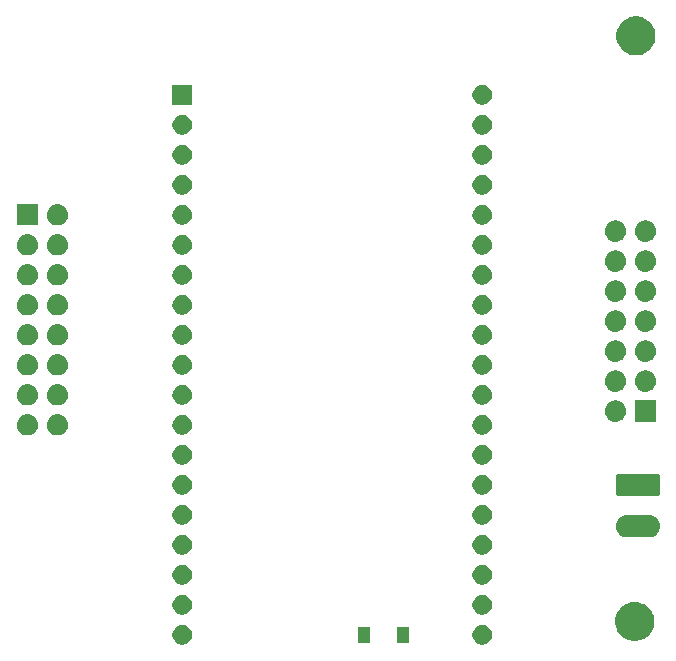
<source format=gbr>
G04 #@! TF.GenerationSoftware,KiCad,Pcbnew,5.0.2-bee76a0~70~ubuntu18.04.1*
G04 #@! TF.CreationDate,2020-08-06T15:01:45+02:00*
G04 #@! TF.ProjectId,panel_led_mod,70616e65-6c5f-46c6-9564-5f6d6f642e6b,rev?*
G04 #@! TF.SameCoordinates,Original*
G04 #@! TF.FileFunction,Soldermask,Top*
G04 #@! TF.FilePolarity,Negative*
%FSLAX46Y46*%
G04 Gerber Fmt 4.6, Leading zero omitted, Abs format (unit mm)*
G04 Created by KiCad (PCBNEW 5.0.2-bee76a0~70~ubuntu18.04.1) date jue 06 ago 2020 15:01:45 CEST*
%MOMM*%
%LPD*%
G01*
G04 APERTURE LIST*
%ADD10C,0.100000*%
G04 APERTURE END LIST*
D10*
G36*
X162192791Y-120868134D02*
X162192793Y-120868135D01*
X162192794Y-120868135D01*
X162344026Y-120930777D01*
X162344027Y-120930778D01*
X162480135Y-121021722D01*
X162595878Y-121137465D01*
X162595880Y-121137468D01*
X162686823Y-121273574D01*
X162749465Y-121424806D01*
X162749466Y-121424809D01*
X162781400Y-121585352D01*
X162781400Y-121749048D01*
X162769178Y-121810493D01*
X162749465Y-121909594D01*
X162686823Y-122060826D01*
X162686822Y-122060827D01*
X162595878Y-122196935D01*
X162480135Y-122312678D01*
X162480132Y-122312680D01*
X162344026Y-122403623D01*
X162192794Y-122466265D01*
X162192793Y-122466265D01*
X162192791Y-122466266D01*
X162032248Y-122498200D01*
X161868552Y-122498200D01*
X161708009Y-122466266D01*
X161708007Y-122466265D01*
X161708006Y-122466265D01*
X161556774Y-122403623D01*
X161420668Y-122312680D01*
X161420665Y-122312678D01*
X161304922Y-122196935D01*
X161213978Y-122060827D01*
X161213977Y-122060826D01*
X161151335Y-121909594D01*
X161131623Y-121810493D01*
X161119400Y-121749048D01*
X161119400Y-121585352D01*
X161151334Y-121424809D01*
X161151335Y-121424806D01*
X161213977Y-121273574D01*
X161304920Y-121137468D01*
X161304922Y-121137465D01*
X161420665Y-121021722D01*
X161556773Y-120930778D01*
X161556774Y-120930777D01*
X161708006Y-120868135D01*
X161708007Y-120868135D01*
X161708009Y-120868134D01*
X161868552Y-120836200D01*
X162032248Y-120836200D01*
X162192791Y-120868134D01*
X162192791Y-120868134D01*
G37*
G36*
X136792791Y-120868134D02*
X136792793Y-120868135D01*
X136792794Y-120868135D01*
X136944026Y-120930777D01*
X136944027Y-120930778D01*
X137080135Y-121021722D01*
X137195878Y-121137465D01*
X137195880Y-121137468D01*
X137286823Y-121273574D01*
X137349465Y-121424806D01*
X137349466Y-121424809D01*
X137381400Y-121585352D01*
X137381400Y-121749048D01*
X137369178Y-121810493D01*
X137349465Y-121909594D01*
X137286823Y-122060826D01*
X137286822Y-122060827D01*
X137195878Y-122196935D01*
X137080135Y-122312678D01*
X137080132Y-122312680D01*
X136944026Y-122403623D01*
X136792794Y-122466265D01*
X136792793Y-122466265D01*
X136792791Y-122466266D01*
X136632248Y-122498200D01*
X136468552Y-122498200D01*
X136308009Y-122466266D01*
X136308007Y-122466265D01*
X136308006Y-122466265D01*
X136156774Y-122403623D01*
X136020668Y-122312680D01*
X136020665Y-122312678D01*
X135904922Y-122196935D01*
X135813978Y-122060827D01*
X135813977Y-122060826D01*
X135751335Y-121909594D01*
X135731623Y-121810493D01*
X135719400Y-121749048D01*
X135719400Y-121585352D01*
X135751334Y-121424809D01*
X135751335Y-121424806D01*
X135813977Y-121273574D01*
X135904920Y-121137468D01*
X135904922Y-121137465D01*
X136020665Y-121021722D01*
X136156773Y-120930778D01*
X136156774Y-120930777D01*
X136308006Y-120868135D01*
X136308007Y-120868135D01*
X136308009Y-120868134D01*
X136468552Y-120836200D01*
X136632248Y-120836200D01*
X136792791Y-120868134D01*
X136792791Y-120868134D01*
G37*
G36*
X152442260Y-122342400D02*
X151440260Y-122342400D01*
X151440260Y-121040400D01*
X152442260Y-121040400D01*
X152442260Y-122342400D01*
X152442260Y-122342400D01*
G37*
G36*
X155742260Y-122342400D02*
X154740260Y-122342400D01*
X154740260Y-121040400D01*
X155742260Y-121040400D01*
X155742260Y-122342400D01*
X155742260Y-122342400D01*
G37*
G36*
X175241556Y-118919378D02*
X175347879Y-118940527D01*
X175560337Y-119028530D01*
X175600954Y-119045354D01*
X175648342Y-119064983D01*
X175863947Y-119209046D01*
X175918754Y-119245667D01*
X176148713Y-119475626D01*
X176329398Y-119746040D01*
X176365850Y-119834043D01*
X176453853Y-120046501D01*
X176517300Y-120365471D01*
X176517300Y-120690689D01*
X176453853Y-121009659D01*
X176400914Y-121137465D01*
X176329398Y-121310120D01*
X176148713Y-121580534D01*
X175918754Y-121810493D01*
X175918751Y-121810495D01*
X175648342Y-121991177D01*
X175347879Y-122115633D01*
X175241556Y-122136782D01*
X175028911Y-122179080D01*
X174703689Y-122179080D01*
X174491044Y-122136782D01*
X174384721Y-122115633D01*
X174084258Y-121991177D01*
X173813849Y-121810495D01*
X173813846Y-121810493D01*
X173583887Y-121580534D01*
X173403202Y-121310120D01*
X173331686Y-121137465D01*
X173278747Y-121009659D01*
X173215300Y-120690689D01*
X173215300Y-120365471D01*
X173278747Y-120046501D01*
X173366750Y-119834043D01*
X173403202Y-119746040D01*
X173583887Y-119475626D01*
X173813846Y-119245667D01*
X173868653Y-119209046D01*
X174084258Y-119064983D01*
X174131647Y-119045354D01*
X174172263Y-119028530D01*
X174384721Y-118940527D01*
X174491044Y-118919378D01*
X174703689Y-118877080D01*
X175028911Y-118877080D01*
X175241556Y-118919378D01*
X175241556Y-118919378D01*
G37*
G36*
X162192791Y-118328134D02*
X162192793Y-118328135D01*
X162192794Y-118328135D01*
X162344026Y-118390777D01*
X162344027Y-118390778D01*
X162480135Y-118481722D01*
X162595878Y-118597465D01*
X162595880Y-118597468D01*
X162686823Y-118733574D01*
X162749465Y-118884806D01*
X162781400Y-119045354D01*
X162781400Y-119209046D01*
X162749465Y-119369594D01*
X162686823Y-119520826D01*
X162686822Y-119520827D01*
X162595878Y-119656935D01*
X162480135Y-119772678D01*
X162480132Y-119772680D01*
X162344026Y-119863623D01*
X162192794Y-119926265D01*
X162192793Y-119926265D01*
X162192791Y-119926266D01*
X162032248Y-119958200D01*
X161868552Y-119958200D01*
X161708009Y-119926266D01*
X161708007Y-119926265D01*
X161708006Y-119926265D01*
X161556774Y-119863623D01*
X161420668Y-119772680D01*
X161420665Y-119772678D01*
X161304922Y-119656935D01*
X161213978Y-119520827D01*
X161213977Y-119520826D01*
X161151335Y-119369594D01*
X161119400Y-119209046D01*
X161119400Y-119045354D01*
X161151335Y-118884806D01*
X161213977Y-118733574D01*
X161304920Y-118597468D01*
X161304922Y-118597465D01*
X161420665Y-118481722D01*
X161556773Y-118390778D01*
X161556774Y-118390777D01*
X161708006Y-118328135D01*
X161708007Y-118328135D01*
X161708009Y-118328134D01*
X161868552Y-118296200D01*
X162032248Y-118296200D01*
X162192791Y-118328134D01*
X162192791Y-118328134D01*
G37*
G36*
X136792791Y-118328134D02*
X136792793Y-118328135D01*
X136792794Y-118328135D01*
X136944026Y-118390777D01*
X136944027Y-118390778D01*
X137080135Y-118481722D01*
X137195878Y-118597465D01*
X137195880Y-118597468D01*
X137286823Y-118733574D01*
X137349465Y-118884806D01*
X137381400Y-119045354D01*
X137381400Y-119209046D01*
X137349465Y-119369594D01*
X137286823Y-119520826D01*
X137286822Y-119520827D01*
X137195878Y-119656935D01*
X137080135Y-119772678D01*
X137080132Y-119772680D01*
X136944026Y-119863623D01*
X136792794Y-119926265D01*
X136792793Y-119926265D01*
X136792791Y-119926266D01*
X136632248Y-119958200D01*
X136468552Y-119958200D01*
X136308009Y-119926266D01*
X136308007Y-119926265D01*
X136308006Y-119926265D01*
X136156774Y-119863623D01*
X136020668Y-119772680D01*
X136020665Y-119772678D01*
X135904922Y-119656935D01*
X135813978Y-119520827D01*
X135813977Y-119520826D01*
X135751335Y-119369594D01*
X135719400Y-119209046D01*
X135719400Y-119045354D01*
X135751335Y-118884806D01*
X135813977Y-118733574D01*
X135904920Y-118597468D01*
X135904922Y-118597465D01*
X136020665Y-118481722D01*
X136156773Y-118390778D01*
X136156774Y-118390777D01*
X136308006Y-118328135D01*
X136308007Y-118328135D01*
X136308009Y-118328134D01*
X136468552Y-118296200D01*
X136632248Y-118296200D01*
X136792791Y-118328134D01*
X136792791Y-118328134D01*
G37*
G36*
X162192791Y-115788134D02*
X162192793Y-115788135D01*
X162192794Y-115788135D01*
X162344026Y-115850777D01*
X162344027Y-115850778D01*
X162480135Y-115941722D01*
X162595878Y-116057465D01*
X162595880Y-116057468D01*
X162686823Y-116193574D01*
X162749465Y-116344806D01*
X162781400Y-116505354D01*
X162781400Y-116669046D01*
X162749465Y-116829594D01*
X162686823Y-116980826D01*
X162686822Y-116980827D01*
X162595878Y-117116935D01*
X162480135Y-117232678D01*
X162480132Y-117232680D01*
X162344026Y-117323623D01*
X162192794Y-117386265D01*
X162192793Y-117386265D01*
X162192791Y-117386266D01*
X162032248Y-117418200D01*
X161868552Y-117418200D01*
X161708009Y-117386266D01*
X161708007Y-117386265D01*
X161708006Y-117386265D01*
X161556774Y-117323623D01*
X161420668Y-117232680D01*
X161420665Y-117232678D01*
X161304922Y-117116935D01*
X161213978Y-116980827D01*
X161213977Y-116980826D01*
X161151335Y-116829594D01*
X161119400Y-116669046D01*
X161119400Y-116505354D01*
X161151335Y-116344806D01*
X161213977Y-116193574D01*
X161304920Y-116057468D01*
X161304922Y-116057465D01*
X161420665Y-115941722D01*
X161556773Y-115850778D01*
X161556774Y-115850777D01*
X161708006Y-115788135D01*
X161708007Y-115788135D01*
X161708009Y-115788134D01*
X161868552Y-115756200D01*
X162032248Y-115756200D01*
X162192791Y-115788134D01*
X162192791Y-115788134D01*
G37*
G36*
X136792791Y-115788134D02*
X136792793Y-115788135D01*
X136792794Y-115788135D01*
X136944026Y-115850777D01*
X136944027Y-115850778D01*
X137080135Y-115941722D01*
X137195878Y-116057465D01*
X137195880Y-116057468D01*
X137286823Y-116193574D01*
X137349465Y-116344806D01*
X137381400Y-116505354D01*
X137381400Y-116669046D01*
X137349465Y-116829594D01*
X137286823Y-116980826D01*
X137286822Y-116980827D01*
X137195878Y-117116935D01*
X137080135Y-117232678D01*
X137080132Y-117232680D01*
X136944026Y-117323623D01*
X136792794Y-117386265D01*
X136792793Y-117386265D01*
X136792791Y-117386266D01*
X136632248Y-117418200D01*
X136468552Y-117418200D01*
X136308009Y-117386266D01*
X136308007Y-117386265D01*
X136308006Y-117386265D01*
X136156774Y-117323623D01*
X136020668Y-117232680D01*
X136020665Y-117232678D01*
X135904922Y-117116935D01*
X135813978Y-116980827D01*
X135813977Y-116980826D01*
X135751335Y-116829594D01*
X135719400Y-116669046D01*
X135719400Y-116505354D01*
X135751335Y-116344806D01*
X135813977Y-116193574D01*
X135904920Y-116057468D01*
X135904922Y-116057465D01*
X136020665Y-115941722D01*
X136156773Y-115850778D01*
X136156774Y-115850777D01*
X136308006Y-115788135D01*
X136308007Y-115788135D01*
X136308009Y-115788134D01*
X136468552Y-115756200D01*
X136632248Y-115756200D01*
X136792791Y-115788134D01*
X136792791Y-115788134D01*
G37*
G36*
X136792791Y-113248134D02*
X136792793Y-113248135D01*
X136792794Y-113248135D01*
X136944026Y-113310777D01*
X137078301Y-113400496D01*
X137080135Y-113401722D01*
X137195878Y-113517465D01*
X137195880Y-113517468D01*
X137286823Y-113653574D01*
X137349465Y-113804806D01*
X137381400Y-113965354D01*
X137381400Y-114129046D01*
X137349465Y-114289594D01*
X137286823Y-114440826D01*
X137286822Y-114440827D01*
X137195878Y-114576935D01*
X137080135Y-114692678D01*
X137080132Y-114692680D01*
X136944026Y-114783623D01*
X136792794Y-114846265D01*
X136792793Y-114846265D01*
X136792791Y-114846266D01*
X136632248Y-114878200D01*
X136468552Y-114878200D01*
X136308009Y-114846266D01*
X136308007Y-114846265D01*
X136308006Y-114846265D01*
X136156774Y-114783623D01*
X136020668Y-114692680D01*
X136020665Y-114692678D01*
X135904922Y-114576935D01*
X135813978Y-114440827D01*
X135813977Y-114440826D01*
X135751335Y-114289594D01*
X135719400Y-114129046D01*
X135719400Y-113965354D01*
X135751335Y-113804806D01*
X135813977Y-113653574D01*
X135904920Y-113517468D01*
X135904922Y-113517465D01*
X136020665Y-113401722D01*
X136022499Y-113400496D01*
X136156774Y-113310777D01*
X136308006Y-113248135D01*
X136308007Y-113248135D01*
X136308009Y-113248134D01*
X136468552Y-113216200D01*
X136632248Y-113216200D01*
X136792791Y-113248134D01*
X136792791Y-113248134D01*
G37*
G36*
X162192791Y-113248134D02*
X162192793Y-113248135D01*
X162192794Y-113248135D01*
X162344026Y-113310777D01*
X162478301Y-113400496D01*
X162480135Y-113401722D01*
X162595878Y-113517465D01*
X162595880Y-113517468D01*
X162686823Y-113653574D01*
X162749465Y-113804806D01*
X162781400Y-113965354D01*
X162781400Y-114129046D01*
X162749465Y-114289594D01*
X162686823Y-114440826D01*
X162686822Y-114440827D01*
X162595878Y-114576935D01*
X162480135Y-114692678D01*
X162480132Y-114692680D01*
X162344026Y-114783623D01*
X162192794Y-114846265D01*
X162192793Y-114846265D01*
X162192791Y-114846266D01*
X162032248Y-114878200D01*
X161868552Y-114878200D01*
X161708009Y-114846266D01*
X161708007Y-114846265D01*
X161708006Y-114846265D01*
X161556774Y-114783623D01*
X161420668Y-114692680D01*
X161420665Y-114692678D01*
X161304922Y-114576935D01*
X161213978Y-114440827D01*
X161213977Y-114440826D01*
X161151335Y-114289594D01*
X161119400Y-114129046D01*
X161119400Y-113965354D01*
X161151335Y-113804806D01*
X161213977Y-113653574D01*
X161304920Y-113517468D01*
X161304922Y-113517465D01*
X161420665Y-113401722D01*
X161422499Y-113400496D01*
X161556774Y-113310777D01*
X161708006Y-113248135D01*
X161708007Y-113248135D01*
X161708009Y-113248134D01*
X161868552Y-113216200D01*
X162032248Y-113216200D01*
X162192791Y-113248134D01*
X162192791Y-113248134D01*
G37*
G36*
X176224505Y-111531300D02*
X176224508Y-111531301D01*
X176224509Y-111531301D01*
X176403773Y-111585680D01*
X176403775Y-111585681D01*
X176568985Y-111673988D01*
X176713792Y-111792828D01*
X176832632Y-111937635D01*
X176832633Y-111937637D01*
X176920940Y-112102847D01*
X176963644Y-112243623D01*
X176975320Y-112282115D01*
X176993681Y-112468540D01*
X176975320Y-112654965D01*
X176920939Y-112834235D01*
X176832632Y-112999445D01*
X176713792Y-113144252D01*
X176568985Y-113263092D01*
X176568983Y-113263093D01*
X176403773Y-113351400D01*
X176224509Y-113405779D01*
X176224508Y-113405779D01*
X176224505Y-113405780D01*
X176084798Y-113419540D01*
X174191362Y-113419540D01*
X174051655Y-113405780D01*
X174051652Y-113405779D01*
X174051651Y-113405779D01*
X173872387Y-113351400D01*
X173707177Y-113263093D01*
X173707175Y-113263092D01*
X173562368Y-113144252D01*
X173443528Y-112999445D01*
X173355221Y-112834235D01*
X173300840Y-112654965D01*
X173282479Y-112468540D01*
X173300840Y-112282115D01*
X173312516Y-112243623D01*
X173355220Y-112102847D01*
X173443527Y-111937637D01*
X173443528Y-111937635D01*
X173562368Y-111792828D01*
X173707175Y-111673988D01*
X173872385Y-111585681D01*
X173872387Y-111585680D01*
X174051651Y-111531301D01*
X174051652Y-111531301D01*
X174051655Y-111531300D01*
X174191362Y-111517540D01*
X176084798Y-111517540D01*
X176224505Y-111531300D01*
X176224505Y-111531300D01*
G37*
G36*
X136792791Y-110708134D02*
X136792793Y-110708135D01*
X136792794Y-110708135D01*
X136944026Y-110770777D01*
X136944027Y-110770778D01*
X137080135Y-110861722D01*
X137195878Y-110977465D01*
X137195880Y-110977468D01*
X137286823Y-111113574D01*
X137349465Y-111264806D01*
X137349466Y-111264809D01*
X137381400Y-111425352D01*
X137381400Y-111589048D01*
X137364505Y-111673987D01*
X137349465Y-111749594D01*
X137286823Y-111900826D01*
X137197104Y-112035101D01*
X137195878Y-112036935D01*
X137080135Y-112152678D01*
X137080132Y-112152680D01*
X136944026Y-112243623D01*
X136792794Y-112306265D01*
X136792793Y-112306265D01*
X136792791Y-112306266D01*
X136632248Y-112338200D01*
X136468552Y-112338200D01*
X136308009Y-112306266D01*
X136308007Y-112306265D01*
X136308006Y-112306265D01*
X136156774Y-112243623D01*
X136020668Y-112152680D01*
X136020665Y-112152678D01*
X135904922Y-112036935D01*
X135903696Y-112035101D01*
X135813977Y-111900826D01*
X135751335Y-111749594D01*
X135736296Y-111673987D01*
X135719400Y-111589048D01*
X135719400Y-111425352D01*
X135751334Y-111264809D01*
X135751335Y-111264806D01*
X135813977Y-111113574D01*
X135904920Y-110977468D01*
X135904922Y-110977465D01*
X136020665Y-110861722D01*
X136156773Y-110770778D01*
X136156774Y-110770777D01*
X136308006Y-110708135D01*
X136308007Y-110708135D01*
X136308009Y-110708134D01*
X136468552Y-110676200D01*
X136632248Y-110676200D01*
X136792791Y-110708134D01*
X136792791Y-110708134D01*
G37*
G36*
X162192791Y-110708134D02*
X162192793Y-110708135D01*
X162192794Y-110708135D01*
X162344026Y-110770777D01*
X162344027Y-110770778D01*
X162480135Y-110861722D01*
X162595878Y-110977465D01*
X162595880Y-110977468D01*
X162686823Y-111113574D01*
X162749465Y-111264806D01*
X162749466Y-111264809D01*
X162781400Y-111425352D01*
X162781400Y-111589048D01*
X162764505Y-111673987D01*
X162749465Y-111749594D01*
X162686823Y-111900826D01*
X162597104Y-112035101D01*
X162595878Y-112036935D01*
X162480135Y-112152678D01*
X162480132Y-112152680D01*
X162344026Y-112243623D01*
X162192794Y-112306265D01*
X162192793Y-112306265D01*
X162192791Y-112306266D01*
X162032248Y-112338200D01*
X161868552Y-112338200D01*
X161708009Y-112306266D01*
X161708007Y-112306265D01*
X161708006Y-112306265D01*
X161556774Y-112243623D01*
X161420668Y-112152680D01*
X161420665Y-112152678D01*
X161304922Y-112036935D01*
X161303696Y-112035101D01*
X161213977Y-111900826D01*
X161151335Y-111749594D01*
X161136296Y-111673987D01*
X161119400Y-111589048D01*
X161119400Y-111425352D01*
X161151334Y-111264809D01*
X161151335Y-111264806D01*
X161213977Y-111113574D01*
X161304920Y-110977468D01*
X161304922Y-110977465D01*
X161420665Y-110861722D01*
X161556773Y-110770778D01*
X161556774Y-110770777D01*
X161708006Y-110708135D01*
X161708007Y-110708135D01*
X161708009Y-110708134D01*
X161868552Y-110676200D01*
X162032248Y-110676200D01*
X162192791Y-110708134D01*
X162192791Y-110708134D01*
G37*
G36*
X176848998Y-108021474D02*
X176881504Y-108031335D01*
X176911463Y-108047348D01*
X176937721Y-108068899D01*
X176959272Y-108095157D01*
X176975285Y-108125116D01*
X176985146Y-108157622D01*
X176989080Y-108197569D01*
X176989080Y-109739511D01*
X176985146Y-109779458D01*
X176975285Y-109811964D01*
X176959272Y-109841923D01*
X176937721Y-109868181D01*
X176911463Y-109889732D01*
X176881504Y-109905745D01*
X176848998Y-109915606D01*
X176809051Y-109919540D01*
X173467109Y-109919540D01*
X173427162Y-109915606D01*
X173394656Y-109905745D01*
X173364697Y-109889732D01*
X173338439Y-109868181D01*
X173316888Y-109841923D01*
X173300875Y-109811964D01*
X173291014Y-109779458D01*
X173287080Y-109739511D01*
X173287080Y-108197569D01*
X173291014Y-108157622D01*
X173300875Y-108125116D01*
X173316888Y-108095157D01*
X173338439Y-108068899D01*
X173364697Y-108047348D01*
X173394656Y-108031335D01*
X173427162Y-108021474D01*
X173467109Y-108017540D01*
X176809051Y-108017540D01*
X176848998Y-108021474D01*
X176848998Y-108021474D01*
G37*
G36*
X162192791Y-108168134D02*
X162192793Y-108168135D01*
X162192794Y-108168135D01*
X162344026Y-108230777D01*
X162344027Y-108230778D01*
X162480135Y-108321722D01*
X162595878Y-108437465D01*
X162595880Y-108437468D01*
X162686823Y-108573574D01*
X162749465Y-108724806D01*
X162781400Y-108885354D01*
X162781400Y-109049046D01*
X162749465Y-109209594D01*
X162686823Y-109360826D01*
X162686822Y-109360827D01*
X162595878Y-109496935D01*
X162480135Y-109612678D01*
X162480132Y-109612680D01*
X162344026Y-109703623D01*
X162192794Y-109766265D01*
X162192793Y-109766265D01*
X162192791Y-109766266D01*
X162032248Y-109798200D01*
X161868552Y-109798200D01*
X161708009Y-109766266D01*
X161708007Y-109766265D01*
X161708006Y-109766265D01*
X161556774Y-109703623D01*
X161420668Y-109612680D01*
X161420665Y-109612678D01*
X161304922Y-109496935D01*
X161213978Y-109360827D01*
X161213977Y-109360826D01*
X161151335Y-109209594D01*
X161119400Y-109049046D01*
X161119400Y-108885354D01*
X161151335Y-108724806D01*
X161213977Y-108573574D01*
X161304920Y-108437468D01*
X161304922Y-108437465D01*
X161420665Y-108321722D01*
X161556773Y-108230778D01*
X161556774Y-108230777D01*
X161708006Y-108168135D01*
X161708007Y-108168135D01*
X161708009Y-108168134D01*
X161868552Y-108136200D01*
X162032248Y-108136200D01*
X162192791Y-108168134D01*
X162192791Y-108168134D01*
G37*
G36*
X136792791Y-108168134D02*
X136792793Y-108168135D01*
X136792794Y-108168135D01*
X136944026Y-108230777D01*
X136944027Y-108230778D01*
X137080135Y-108321722D01*
X137195878Y-108437465D01*
X137195880Y-108437468D01*
X137286823Y-108573574D01*
X137349465Y-108724806D01*
X137381400Y-108885354D01*
X137381400Y-109049046D01*
X137349465Y-109209594D01*
X137286823Y-109360826D01*
X137286822Y-109360827D01*
X137195878Y-109496935D01*
X137080135Y-109612678D01*
X137080132Y-109612680D01*
X136944026Y-109703623D01*
X136792794Y-109766265D01*
X136792793Y-109766265D01*
X136792791Y-109766266D01*
X136632248Y-109798200D01*
X136468552Y-109798200D01*
X136308009Y-109766266D01*
X136308007Y-109766265D01*
X136308006Y-109766265D01*
X136156774Y-109703623D01*
X136020668Y-109612680D01*
X136020665Y-109612678D01*
X135904922Y-109496935D01*
X135813978Y-109360827D01*
X135813977Y-109360826D01*
X135751335Y-109209594D01*
X135719400Y-109049046D01*
X135719400Y-108885354D01*
X135751335Y-108724806D01*
X135813977Y-108573574D01*
X135904920Y-108437468D01*
X135904922Y-108437465D01*
X136020665Y-108321722D01*
X136156773Y-108230778D01*
X136156774Y-108230777D01*
X136308006Y-108168135D01*
X136308007Y-108168135D01*
X136308009Y-108168134D01*
X136468552Y-108136200D01*
X136632248Y-108136200D01*
X136792791Y-108168134D01*
X136792791Y-108168134D01*
G37*
G36*
X162192791Y-105628134D02*
X162192793Y-105628135D01*
X162192794Y-105628135D01*
X162344026Y-105690777D01*
X162344027Y-105690778D01*
X162480135Y-105781722D01*
X162595878Y-105897465D01*
X162595880Y-105897468D01*
X162686823Y-106033574D01*
X162749465Y-106184806D01*
X162781400Y-106345354D01*
X162781400Y-106509046D01*
X162749465Y-106669594D01*
X162686823Y-106820826D01*
X162686822Y-106820827D01*
X162595878Y-106956935D01*
X162480135Y-107072678D01*
X162480132Y-107072680D01*
X162344026Y-107163623D01*
X162192794Y-107226265D01*
X162192793Y-107226265D01*
X162192791Y-107226266D01*
X162032248Y-107258200D01*
X161868552Y-107258200D01*
X161708009Y-107226266D01*
X161708007Y-107226265D01*
X161708006Y-107226265D01*
X161556774Y-107163623D01*
X161420668Y-107072680D01*
X161420665Y-107072678D01*
X161304922Y-106956935D01*
X161213978Y-106820827D01*
X161213977Y-106820826D01*
X161151335Y-106669594D01*
X161119400Y-106509046D01*
X161119400Y-106345354D01*
X161151335Y-106184806D01*
X161213977Y-106033574D01*
X161304920Y-105897468D01*
X161304922Y-105897465D01*
X161420665Y-105781722D01*
X161556773Y-105690778D01*
X161556774Y-105690777D01*
X161708006Y-105628135D01*
X161708007Y-105628135D01*
X161708009Y-105628134D01*
X161868552Y-105596200D01*
X162032248Y-105596200D01*
X162192791Y-105628134D01*
X162192791Y-105628134D01*
G37*
G36*
X136792791Y-105628134D02*
X136792793Y-105628135D01*
X136792794Y-105628135D01*
X136944026Y-105690777D01*
X136944027Y-105690778D01*
X137080135Y-105781722D01*
X137195878Y-105897465D01*
X137195880Y-105897468D01*
X137286823Y-106033574D01*
X137349465Y-106184806D01*
X137381400Y-106345354D01*
X137381400Y-106509046D01*
X137349465Y-106669594D01*
X137286823Y-106820826D01*
X137286822Y-106820827D01*
X137195878Y-106956935D01*
X137080135Y-107072678D01*
X137080132Y-107072680D01*
X136944026Y-107163623D01*
X136792794Y-107226265D01*
X136792793Y-107226265D01*
X136792791Y-107226266D01*
X136632248Y-107258200D01*
X136468552Y-107258200D01*
X136308009Y-107226266D01*
X136308007Y-107226265D01*
X136308006Y-107226265D01*
X136156774Y-107163623D01*
X136020668Y-107072680D01*
X136020665Y-107072678D01*
X135904922Y-106956935D01*
X135813978Y-106820827D01*
X135813977Y-106820826D01*
X135751335Y-106669594D01*
X135719400Y-106509046D01*
X135719400Y-106345354D01*
X135751335Y-106184806D01*
X135813977Y-106033574D01*
X135904920Y-105897468D01*
X135904922Y-105897465D01*
X136020665Y-105781722D01*
X136156773Y-105690778D01*
X136156774Y-105690777D01*
X136308006Y-105628135D01*
X136308007Y-105628135D01*
X136308009Y-105628134D01*
X136468552Y-105596200D01*
X136632248Y-105596200D01*
X136792791Y-105628134D01*
X136792791Y-105628134D01*
G37*
G36*
X126094443Y-102991519D02*
X126160627Y-102998037D01*
X126273853Y-103032384D01*
X126330467Y-103049557D01*
X126402638Y-103088134D01*
X126486991Y-103133222D01*
X126508383Y-103150778D01*
X126624186Y-103245814D01*
X126707448Y-103347271D01*
X126736778Y-103383009D01*
X126736779Y-103383011D01*
X126820443Y-103539533D01*
X126820443Y-103539534D01*
X126871963Y-103709373D01*
X126889359Y-103886000D01*
X126871963Y-104062627D01*
X126851649Y-104129594D01*
X126820443Y-104232467D01*
X126746348Y-104371087D01*
X126736778Y-104388991D01*
X126713847Y-104416932D01*
X126624186Y-104526186D01*
X126522729Y-104609448D01*
X126486991Y-104638778D01*
X126486989Y-104638779D01*
X126330467Y-104722443D01*
X126273853Y-104739616D01*
X126160627Y-104773963D01*
X126094442Y-104780482D01*
X126028260Y-104787000D01*
X125939740Y-104787000D01*
X125873558Y-104780482D01*
X125807373Y-104773963D01*
X125694147Y-104739616D01*
X125637533Y-104722443D01*
X125481011Y-104638779D01*
X125481009Y-104638778D01*
X125445271Y-104609448D01*
X125343814Y-104526186D01*
X125254153Y-104416932D01*
X125231222Y-104388991D01*
X125221652Y-104371087D01*
X125147557Y-104232467D01*
X125116351Y-104129594D01*
X125096037Y-104062627D01*
X125078641Y-103886000D01*
X125096037Y-103709373D01*
X125147557Y-103539534D01*
X125147557Y-103539533D01*
X125231221Y-103383011D01*
X125231222Y-103383009D01*
X125260552Y-103347271D01*
X125343814Y-103245814D01*
X125459617Y-103150778D01*
X125481009Y-103133222D01*
X125565362Y-103088134D01*
X125637533Y-103049557D01*
X125694147Y-103032384D01*
X125807373Y-102998037D01*
X125873557Y-102991519D01*
X125939740Y-102985000D01*
X126028260Y-102985000D01*
X126094443Y-102991519D01*
X126094443Y-102991519D01*
G37*
G36*
X123554443Y-102991519D02*
X123620627Y-102998037D01*
X123733853Y-103032384D01*
X123790467Y-103049557D01*
X123862638Y-103088134D01*
X123946991Y-103133222D01*
X123968383Y-103150778D01*
X124084186Y-103245814D01*
X124167448Y-103347271D01*
X124196778Y-103383009D01*
X124196779Y-103383011D01*
X124280443Y-103539533D01*
X124280443Y-103539534D01*
X124331963Y-103709373D01*
X124349359Y-103886000D01*
X124331963Y-104062627D01*
X124311649Y-104129594D01*
X124280443Y-104232467D01*
X124206348Y-104371087D01*
X124196778Y-104388991D01*
X124173847Y-104416932D01*
X124084186Y-104526186D01*
X123982729Y-104609448D01*
X123946991Y-104638778D01*
X123946989Y-104638779D01*
X123790467Y-104722443D01*
X123733853Y-104739616D01*
X123620627Y-104773963D01*
X123554442Y-104780482D01*
X123488260Y-104787000D01*
X123399740Y-104787000D01*
X123333558Y-104780482D01*
X123267373Y-104773963D01*
X123154147Y-104739616D01*
X123097533Y-104722443D01*
X122941011Y-104638779D01*
X122941009Y-104638778D01*
X122905271Y-104609448D01*
X122803814Y-104526186D01*
X122714153Y-104416932D01*
X122691222Y-104388991D01*
X122681652Y-104371087D01*
X122607557Y-104232467D01*
X122576351Y-104129594D01*
X122556037Y-104062627D01*
X122538641Y-103886000D01*
X122556037Y-103709373D01*
X122607557Y-103539534D01*
X122607557Y-103539533D01*
X122691221Y-103383011D01*
X122691222Y-103383009D01*
X122720552Y-103347271D01*
X122803814Y-103245814D01*
X122919617Y-103150778D01*
X122941009Y-103133222D01*
X123025362Y-103088134D01*
X123097533Y-103049557D01*
X123154147Y-103032384D01*
X123267373Y-102998037D01*
X123333557Y-102991519D01*
X123399740Y-102985000D01*
X123488260Y-102985000D01*
X123554443Y-102991519D01*
X123554443Y-102991519D01*
G37*
G36*
X162192791Y-103088134D02*
X162192793Y-103088135D01*
X162192794Y-103088135D01*
X162344026Y-103150777D01*
X162344027Y-103150778D01*
X162480135Y-103241722D01*
X162595878Y-103357465D01*
X162595880Y-103357468D01*
X162686823Y-103493574D01*
X162733210Y-103605563D01*
X162749466Y-103644809D01*
X162762309Y-103709375D01*
X162781400Y-103805354D01*
X162781400Y-103969046D01*
X162749465Y-104129594D01*
X162686823Y-104280826D01*
X162597104Y-104415101D01*
X162595878Y-104416935D01*
X162480135Y-104532678D01*
X162480132Y-104532680D01*
X162344026Y-104623623D01*
X162192794Y-104686265D01*
X162192793Y-104686265D01*
X162192791Y-104686266D01*
X162032248Y-104718200D01*
X161868552Y-104718200D01*
X161708009Y-104686266D01*
X161708007Y-104686265D01*
X161708006Y-104686265D01*
X161556774Y-104623623D01*
X161420668Y-104532680D01*
X161420665Y-104532678D01*
X161304922Y-104416935D01*
X161303696Y-104415101D01*
X161213977Y-104280826D01*
X161151335Y-104129594D01*
X161119400Y-103969046D01*
X161119400Y-103805354D01*
X161138491Y-103709375D01*
X161151334Y-103644809D01*
X161167590Y-103605563D01*
X161213977Y-103493574D01*
X161304920Y-103357468D01*
X161304922Y-103357465D01*
X161420665Y-103241722D01*
X161556773Y-103150778D01*
X161556774Y-103150777D01*
X161708006Y-103088135D01*
X161708007Y-103088135D01*
X161708009Y-103088134D01*
X161868552Y-103056200D01*
X162032248Y-103056200D01*
X162192791Y-103088134D01*
X162192791Y-103088134D01*
G37*
G36*
X136792791Y-103088134D02*
X136792793Y-103088135D01*
X136792794Y-103088135D01*
X136944026Y-103150777D01*
X136944027Y-103150778D01*
X137080135Y-103241722D01*
X137195878Y-103357465D01*
X137195880Y-103357468D01*
X137286823Y-103493574D01*
X137333210Y-103605563D01*
X137349466Y-103644809D01*
X137362309Y-103709375D01*
X137381400Y-103805354D01*
X137381400Y-103969046D01*
X137349465Y-104129594D01*
X137286823Y-104280826D01*
X137197104Y-104415101D01*
X137195878Y-104416935D01*
X137080135Y-104532678D01*
X137080132Y-104532680D01*
X136944026Y-104623623D01*
X136792794Y-104686265D01*
X136792793Y-104686265D01*
X136792791Y-104686266D01*
X136632248Y-104718200D01*
X136468552Y-104718200D01*
X136308009Y-104686266D01*
X136308007Y-104686265D01*
X136308006Y-104686265D01*
X136156774Y-104623623D01*
X136020668Y-104532680D01*
X136020665Y-104532678D01*
X135904922Y-104416935D01*
X135903696Y-104415101D01*
X135813977Y-104280826D01*
X135751335Y-104129594D01*
X135719400Y-103969046D01*
X135719400Y-103805354D01*
X135738491Y-103709375D01*
X135751334Y-103644809D01*
X135767590Y-103605563D01*
X135813977Y-103493574D01*
X135904920Y-103357468D01*
X135904922Y-103357465D01*
X136020665Y-103241722D01*
X136156773Y-103150778D01*
X136156774Y-103150777D01*
X136308006Y-103088135D01*
X136308007Y-103088135D01*
X136308009Y-103088134D01*
X136468552Y-103056200D01*
X136632248Y-103056200D01*
X136792791Y-103088134D01*
X136792791Y-103088134D01*
G37*
G36*
X176669000Y-103618600D02*
X174867000Y-103618600D01*
X174867000Y-101816600D01*
X176669000Y-101816600D01*
X176669000Y-103618600D01*
X176669000Y-103618600D01*
G37*
G36*
X173338443Y-101823119D02*
X173404627Y-101829637D01*
X173517853Y-101863984D01*
X173574467Y-101881157D01*
X173713087Y-101955252D01*
X173730991Y-101964822D01*
X173757023Y-101986186D01*
X173868186Y-102077414D01*
X173950898Y-102178200D01*
X173980778Y-102214609D01*
X173980779Y-102214611D01*
X174064443Y-102371133D01*
X174064443Y-102371134D01*
X174115963Y-102540973D01*
X174133359Y-102717600D01*
X174115963Y-102894227D01*
X174088427Y-102985000D01*
X174064443Y-103064067D01*
X174051578Y-103088135D01*
X173980778Y-103220591D01*
X173963436Y-103241722D01*
X173868186Y-103357786D01*
X173766729Y-103441048D01*
X173730991Y-103470378D01*
X173730989Y-103470379D01*
X173574467Y-103554043D01*
X173517853Y-103571216D01*
X173404627Y-103605563D01*
X173338442Y-103612082D01*
X173272260Y-103618600D01*
X173183740Y-103618600D01*
X173117557Y-103612081D01*
X173051373Y-103605563D01*
X172938147Y-103571216D01*
X172881533Y-103554043D01*
X172725011Y-103470379D01*
X172725009Y-103470378D01*
X172689271Y-103441048D01*
X172587814Y-103357786D01*
X172492564Y-103241722D01*
X172475222Y-103220591D01*
X172404422Y-103088135D01*
X172391557Y-103064067D01*
X172367573Y-102985000D01*
X172340037Y-102894227D01*
X172322641Y-102717600D01*
X172340037Y-102540973D01*
X172391557Y-102371134D01*
X172391557Y-102371133D01*
X172475221Y-102214611D01*
X172475222Y-102214609D01*
X172505102Y-102178200D01*
X172587814Y-102077414D01*
X172698977Y-101986186D01*
X172725009Y-101964822D01*
X172742913Y-101955252D01*
X172881533Y-101881157D01*
X172938147Y-101863984D01*
X173051373Y-101829637D01*
X173117557Y-101823119D01*
X173183740Y-101816600D01*
X173272260Y-101816600D01*
X173338443Y-101823119D01*
X173338443Y-101823119D01*
G37*
G36*
X123554443Y-100451519D02*
X123620627Y-100458037D01*
X123733853Y-100492384D01*
X123790467Y-100509557D01*
X123862638Y-100548134D01*
X123946991Y-100593222D01*
X123968383Y-100610778D01*
X124084186Y-100705814D01*
X124167448Y-100807271D01*
X124196778Y-100843009D01*
X124196779Y-100843011D01*
X124280443Y-100999533D01*
X124280443Y-100999534D01*
X124331963Y-101169373D01*
X124349359Y-101346000D01*
X124331963Y-101522627D01*
X124311649Y-101589594D01*
X124280443Y-101692467D01*
X124207123Y-101829637D01*
X124196778Y-101848991D01*
X124173847Y-101876932D01*
X124084186Y-101986186D01*
X123982729Y-102069448D01*
X123946991Y-102098778D01*
X123946989Y-102098779D01*
X123790467Y-102182443D01*
X123733853Y-102199616D01*
X123620627Y-102233963D01*
X123554443Y-102240481D01*
X123488260Y-102247000D01*
X123399740Y-102247000D01*
X123333557Y-102240481D01*
X123267373Y-102233963D01*
X123154147Y-102199616D01*
X123097533Y-102182443D01*
X122941011Y-102098779D01*
X122941009Y-102098778D01*
X122905271Y-102069448D01*
X122803814Y-101986186D01*
X122714153Y-101876932D01*
X122691222Y-101848991D01*
X122680877Y-101829637D01*
X122607557Y-101692467D01*
X122576351Y-101589594D01*
X122556037Y-101522627D01*
X122538641Y-101346000D01*
X122556037Y-101169373D01*
X122607557Y-100999534D01*
X122607557Y-100999533D01*
X122691221Y-100843011D01*
X122691222Y-100843009D01*
X122720552Y-100807271D01*
X122803814Y-100705814D01*
X122919617Y-100610778D01*
X122941009Y-100593222D01*
X123025362Y-100548134D01*
X123097533Y-100509557D01*
X123154147Y-100492384D01*
X123267373Y-100458037D01*
X123333557Y-100451519D01*
X123399740Y-100445000D01*
X123488260Y-100445000D01*
X123554443Y-100451519D01*
X123554443Y-100451519D01*
G37*
G36*
X126094443Y-100451519D02*
X126160627Y-100458037D01*
X126273853Y-100492384D01*
X126330467Y-100509557D01*
X126402638Y-100548134D01*
X126486991Y-100593222D01*
X126508383Y-100610778D01*
X126624186Y-100705814D01*
X126707448Y-100807271D01*
X126736778Y-100843009D01*
X126736779Y-100843011D01*
X126820443Y-100999533D01*
X126820443Y-100999534D01*
X126871963Y-101169373D01*
X126889359Y-101346000D01*
X126871963Y-101522627D01*
X126851649Y-101589594D01*
X126820443Y-101692467D01*
X126747123Y-101829637D01*
X126736778Y-101848991D01*
X126713847Y-101876932D01*
X126624186Y-101986186D01*
X126522729Y-102069448D01*
X126486991Y-102098778D01*
X126486989Y-102098779D01*
X126330467Y-102182443D01*
X126273853Y-102199616D01*
X126160627Y-102233963D01*
X126094443Y-102240481D01*
X126028260Y-102247000D01*
X125939740Y-102247000D01*
X125873557Y-102240481D01*
X125807373Y-102233963D01*
X125694147Y-102199616D01*
X125637533Y-102182443D01*
X125481011Y-102098779D01*
X125481009Y-102098778D01*
X125445271Y-102069448D01*
X125343814Y-101986186D01*
X125254153Y-101876932D01*
X125231222Y-101848991D01*
X125220877Y-101829637D01*
X125147557Y-101692467D01*
X125116351Y-101589594D01*
X125096037Y-101522627D01*
X125078641Y-101346000D01*
X125096037Y-101169373D01*
X125147557Y-100999534D01*
X125147557Y-100999533D01*
X125231221Y-100843011D01*
X125231222Y-100843009D01*
X125260552Y-100807271D01*
X125343814Y-100705814D01*
X125459617Y-100610778D01*
X125481009Y-100593222D01*
X125565362Y-100548134D01*
X125637533Y-100509557D01*
X125694147Y-100492384D01*
X125807373Y-100458037D01*
X125873557Y-100451519D01*
X125939740Y-100445000D01*
X126028260Y-100445000D01*
X126094443Y-100451519D01*
X126094443Y-100451519D01*
G37*
G36*
X136792791Y-100548134D02*
X136792793Y-100548135D01*
X136792794Y-100548135D01*
X136944026Y-100610777D01*
X136944027Y-100610778D01*
X137080135Y-100701722D01*
X137195878Y-100817465D01*
X137195880Y-100817468D01*
X137286823Y-100953574D01*
X137333210Y-101065563D01*
X137349466Y-101104809D01*
X137362309Y-101169375D01*
X137381400Y-101265354D01*
X137381400Y-101429046D01*
X137349465Y-101589594D01*
X137286823Y-101740826D01*
X137197104Y-101875101D01*
X137195878Y-101876935D01*
X137080135Y-101992678D01*
X137080132Y-101992680D01*
X136944026Y-102083623D01*
X136792794Y-102146265D01*
X136792793Y-102146265D01*
X136792791Y-102146266D01*
X136632248Y-102178200D01*
X136468552Y-102178200D01*
X136308009Y-102146266D01*
X136308007Y-102146265D01*
X136308006Y-102146265D01*
X136156774Y-102083623D01*
X136020668Y-101992680D01*
X136020665Y-101992678D01*
X135904922Y-101876935D01*
X135903696Y-101875101D01*
X135813977Y-101740826D01*
X135751335Y-101589594D01*
X135719400Y-101429046D01*
X135719400Y-101265354D01*
X135738491Y-101169375D01*
X135751334Y-101104809D01*
X135767590Y-101065563D01*
X135813977Y-100953574D01*
X135904920Y-100817468D01*
X135904922Y-100817465D01*
X136020665Y-100701722D01*
X136156773Y-100610778D01*
X136156774Y-100610777D01*
X136308006Y-100548135D01*
X136308007Y-100548135D01*
X136308009Y-100548134D01*
X136468552Y-100516200D01*
X136632248Y-100516200D01*
X136792791Y-100548134D01*
X136792791Y-100548134D01*
G37*
G36*
X162192791Y-100548134D02*
X162192793Y-100548135D01*
X162192794Y-100548135D01*
X162344026Y-100610777D01*
X162344027Y-100610778D01*
X162480135Y-100701722D01*
X162595878Y-100817465D01*
X162595880Y-100817468D01*
X162686823Y-100953574D01*
X162733210Y-101065563D01*
X162749466Y-101104809D01*
X162762309Y-101169375D01*
X162781400Y-101265354D01*
X162781400Y-101429046D01*
X162749465Y-101589594D01*
X162686823Y-101740826D01*
X162597104Y-101875101D01*
X162595878Y-101876935D01*
X162480135Y-101992678D01*
X162480132Y-101992680D01*
X162344026Y-102083623D01*
X162192794Y-102146265D01*
X162192793Y-102146265D01*
X162192791Y-102146266D01*
X162032248Y-102178200D01*
X161868552Y-102178200D01*
X161708009Y-102146266D01*
X161708007Y-102146265D01*
X161708006Y-102146265D01*
X161556774Y-102083623D01*
X161420668Y-101992680D01*
X161420665Y-101992678D01*
X161304922Y-101876935D01*
X161303696Y-101875101D01*
X161213977Y-101740826D01*
X161151335Y-101589594D01*
X161119400Y-101429046D01*
X161119400Y-101265354D01*
X161138491Y-101169375D01*
X161151334Y-101104809D01*
X161167590Y-101065563D01*
X161213977Y-100953574D01*
X161304920Y-100817468D01*
X161304922Y-100817465D01*
X161420665Y-100701722D01*
X161556773Y-100610778D01*
X161556774Y-100610777D01*
X161708006Y-100548135D01*
X161708007Y-100548135D01*
X161708009Y-100548134D01*
X161868552Y-100516200D01*
X162032248Y-100516200D01*
X162192791Y-100548134D01*
X162192791Y-100548134D01*
G37*
G36*
X175878442Y-99283118D02*
X175944627Y-99289637D01*
X176057853Y-99323984D01*
X176114467Y-99341157D01*
X176253087Y-99415252D01*
X176270991Y-99424822D01*
X176297023Y-99446186D01*
X176408186Y-99537414D01*
X176490898Y-99638200D01*
X176520778Y-99674609D01*
X176520779Y-99674611D01*
X176604443Y-99831133D01*
X176604443Y-99831134D01*
X176655963Y-100000973D01*
X176673359Y-100177600D01*
X176655963Y-100354227D01*
X176628427Y-100445000D01*
X176604443Y-100524067D01*
X176591578Y-100548135D01*
X176520778Y-100680591D01*
X176503436Y-100701722D01*
X176408186Y-100817786D01*
X176306729Y-100901048D01*
X176270991Y-100930378D01*
X176270989Y-100930379D01*
X176114467Y-101014043D01*
X176057853Y-101031216D01*
X175944627Y-101065563D01*
X175878443Y-101072081D01*
X175812260Y-101078600D01*
X175723740Y-101078600D01*
X175657557Y-101072081D01*
X175591373Y-101065563D01*
X175478147Y-101031216D01*
X175421533Y-101014043D01*
X175265011Y-100930379D01*
X175265009Y-100930378D01*
X175229271Y-100901048D01*
X175127814Y-100817786D01*
X175032564Y-100701722D01*
X175015222Y-100680591D01*
X174944422Y-100548135D01*
X174931557Y-100524067D01*
X174907573Y-100445000D01*
X174880037Y-100354227D01*
X174862641Y-100177600D01*
X174880037Y-100000973D01*
X174931557Y-99831134D01*
X174931557Y-99831133D01*
X175015221Y-99674611D01*
X175015222Y-99674609D01*
X175045102Y-99638200D01*
X175127814Y-99537414D01*
X175238977Y-99446186D01*
X175265009Y-99424822D01*
X175282913Y-99415252D01*
X175421533Y-99341157D01*
X175478147Y-99323984D01*
X175591373Y-99289637D01*
X175657558Y-99283118D01*
X175723740Y-99276600D01*
X175812260Y-99276600D01*
X175878442Y-99283118D01*
X175878442Y-99283118D01*
G37*
G36*
X173338442Y-99283118D02*
X173404627Y-99289637D01*
X173517853Y-99323984D01*
X173574467Y-99341157D01*
X173713087Y-99415252D01*
X173730991Y-99424822D01*
X173757023Y-99446186D01*
X173868186Y-99537414D01*
X173950898Y-99638200D01*
X173980778Y-99674609D01*
X173980779Y-99674611D01*
X174064443Y-99831133D01*
X174064443Y-99831134D01*
X174115963Y-100000973D01*
X174133359Y-100177600D01*
X174115963Y-100354227D01*
X174088427Y-100445000D01*
X174064443Y-100524067D01*
X174051578Y-100548135D01*
X173980778Y-100680591D01*
X173963436Y-100701722D01*
X173868186Y-100817786D01*
X173766729Y-100901048D01*
X173730991Y-100930378D01*
X173730989Y-100930379D01*
X173574467Y-101014043D01*
X173517853Y-101031216D01*
X173404627Y-101065563D01*
X173338443Y-101072081D01*
X173272260Y-101078600D01*
X173183740Y-101078600D01*
X173117557Y-101072081D01*
X173051373Y-101065563D01*
X172938147Y-101031216D01*
X172881533Y-101014043D01*
X172725011Y-100930379D01*
X172725009Y-100930378D01*
X172689271Y-100901048D01*
X172587814Y-100817786D01*
X172492564Y-100701722D01*
X172475222Y-100680591D01*
X172404422Y-100548135D01*
X172391557Y-100524067D01*
X172367573Y-100445000D01*
X172340037Y-100354227D01*
X172322641Y-100177600D01*
X172340037Y-100000973D01*
X172391557Y-99831134D01*
X172391557Y-99831133D01*
X172475221Y-99674611D01*
X172475222Y-99674609D01*
X172505102Y-99638200D01*
X172587814Y-99537414D01*
X172698977Y-99446186D01*
X172725009Y-99424822D01*
X172742913Y-99415252D01*
X172881533Y-99341157D01*
X172938147Y-99323984D01*
X173051373Y-99289637D01*
X173117558Y-99283118D01*
X173183740Y-99276600D01*
X173272260Y-99276600D01*
X173338442Y-99283118D01*
X173338442Y-99283118D01*
G37*
G36*
X126094442Y-97911518D02*
X126160627Y-97918037D01*
X126273853Y-97952384D01*
X126330467Y-97969557D01*
X126402638Y-98008134D01*
X126486991Y-98053222D01*
X126508383Y-98070778D01*
X126624186Y-98165814D01*
X126707448Y-98267271D01*
X126736778Y-98303009D01*
X126736779Y-98303011D01*
X126820443Y-98459533D01*
X126820443Y-98459534D01*
X126871963Y-98629373D01*
X126889359Y-98806000D01*
X126871963Y-98982627D01*
X126851649Y-99049594D01*
X126820443Y-99152467D01*
X126747123Y-99289637D01*
X126736778Y-99308991D01*
X126713847Y-99336932D01*
X126624186Y-99446186D01*
X126522729Y-99529448D01*
X126486991Y-99558778D01*
X126486989Y-99558779D01*
X126330467Y-99642443D01*
X126273853Y-99659616D01*
X126160627Y-99693963D01*
X126094442Y-99700482D01*
X126028260Y-99707000D01*
X125939740Y-99707000D01*
X125873558Y-99700482D01*
X125807373Y-99693963D01*
X125694147Y-99659616D01*
X125637533Y-99642443D01*
X125481011Y-99558779D01*
X125481009Y-99558778D01*
X125445271Y-99529448D01*
X125343814Y-99446186D01*
X125254153Y-99336932D01*
X125231222Y-99308991D01*
X125220877Y-99289637D01*
X125147557Y-99152467D01*
X125116351Y-99049594D01*
X125096037Y-98982627D01*
X125078641Y-98806000D01*
X125096037Y-98629373D01*
X125147557Y-98459534D01*
X125147557Y-98459533D01*
X125231221Y-98303011D01*
X125231222Y-98303009D01*
X125260552Y-98267271D01*
X125343814Y-98165814D01*
X125459617Y-98070778D01*
X125481009Y-98053222D01*
X125565362Y-98008134D01*
X125637533Y-97969557D01*
X125694147Y-97952384D01*
X125807373Y-97918037D01*
X125873558Y-97911518D01*
X125939740Y-97905000D01*
X126028260Y-97905000D01*
X126094442Y-97911518D01*
X126094442Y-97911518D01*
G37*
G36*
X123554442Y-97911518D02*
X123620627Y-97918037D01*
X123733853Y-97952384D01*
X123790467Y-97969557D01*
X123862638Y-98008134D01*
X123946991Y-98053222D01*
X123968383Y-98070778D01*
X124084186Y-98165814D01*
X124167448Y-98267271D01*
X124196778Y-98303009D01*
X124196779Y-98303011D01*
X124280443Y-98459533D01*
X124280443Y-98459534D01*
X124331963Y-98629373D01*
X124349359Y-98806000D01*
X124331963Y-98982627D01*
X124311649Y-99049594D01*
X124280443Y-99152467D01*
X124207123Y-99289637D01*
X124196778Y-99308991D01*
X124173847Y-99336932D01*
X124084186Y-99446186D01*
X123982729Y-99529448D01*
X123946991Y-99558778D01*
X123946989Y-99558779D01*
X123790467Y-99642443D01*
X123733853Y-99659616D01*
X123620627Y-99693963D01*
X123554442Y-99700482D01*
X123488260Y-99707000D01*
X123399740Y-99707000D01*
X123333558Y-99700482D01*
X123267373Y-99693963D01*
X123154147Y-99659616D01*
X123097533Y-99642443D01*
X122941011Y-99558779D01*
X122941009Y-99558778D01*
X122905271Y-99529448D01*
X122803814Y-99446186D01*
X122714153Y-99336932D01*
X122691222Y-99308991D01*
X122680877Y-99289637D01*
X122607557Y-99152467D01*
X122576351Y-99049594D01*
X122556037Y-98982627D01*
X122538641Y-98806000D01*
X122556037Y-98629373D01*
X122607557Y-98459534D01*
X122607557Y-98459533D01*
X122691221Y-98303011D01*
X122691222Y-98303009D01*
X122720552Y-98267271D01*
X122803814Y-98165814D01*
X122919617Y-98070778D01*
X122941009Y-98053222D01*
X123025362Y-98008134D01*
X123097533Y-97969557D01*
X123154147Y-97952384D01*
X123267373Y-97918037D01*
X123333558Y-97911518D01*
X123399740Y-97905000D01*
X123488260Y-97905000D01*
X123554442Y-97911518D01*
X123554442Y-97911518D01*
G37*
G36*
X136792791Y-98008134D02*
X136792793Y-98008135D01*
X136792794Y-98008135D01*
X136944026Y-98070777D01*
X136944027Y-98070778D01*
X137080135Y-98161722D01*
X137195878Y-98277465D01*
X137195880Y-98277468D01*
X137286823Y-98413574D01*
X137333210Y-98525563D01*
X137349466Y-98564809D01*
X137362309Y-98629375D01*
X137381400Y-98725354D01*
X137381400Y-98889046D01*
X137349465Y-99049594D01*
X137286823Y-99200826D01*
X137197104Y-99335101D01*
X137195878Y-99336935D01*
X137080135Y-99452678D01*
X137080132Y-99452680D01*
X136944026Y-99543623D01*
X136792794Y-99606265D01*
X136792793Y-99606265D01*
X136792791Y-99606266D01*
X136632248Y-99638200D01*
X136468552Y-99638200D01*
X136308009Y-99606266D01*
X136308007Y-99606265D01*
X136308006Y-99606265D01*
X136156774Y-99543623D01*
X136020668Y-99452680D01*
X136020665Y-99452678D01*
X135904922Y-99336935D01*
X135903696Y-99335101D01*
X135813977Y-99200826D01*
X135751335Y-99049594D01*
X135719400Y-98889046D01*
X135719400Y-98725354D01*
X135738491Y-98629375D01*
X135751334Y-98564809D01*
X135767590Y-98525563D01*
X135813977Y-98413574D01*
X135904920Y-98277468D01*
X135904922Y-98277465D01*
X136020665Y-98161722D01*
X136156773Y-98070778D01*
X136156774Y-98070777D01*
X136308006Y-98008135D01*
X136308007Y-98008135D01*
X136308009Y-98008134D01*
X136468552Y-97976200D01*
X136632248Y-97976200D01*
X136792791Y-98008134D01*
X136792791Y-98008134D01*
G37*
G36*
X162192791Y-98008134D02*
X162192793Y-98008135D01*
X162192794Y-98008135D01*
X162344026Y-98070777D01*
X162344027Y-98070778D01*
X162480135Y-98161722D01*
X162595878Y-98277465D01*
X162595880Y-98277468D01*
X162686823Y-98413574D01*
X162733210Y-98525563D01*
X162749466Y-98564809D01*
X162762309Y-98629375D01*
X162781400Y-98725354D01*
X162781400Y-98889046D01*
X162749465Y-99049594D01*
X162686823Y-99200826D01*
X162597104Y-99335101D01*
X162595878Y-99336935D01*
X162480135Y-99452678D01*
X162480132Y-99452680D01*
X162344026Y-99543623D01*
X162192794Y-99606265D01*
X162192793Y-99606265D01*
X162192791Y-99606266D01*
X162032248Y-99638200D01*
X161868552Y-99638200D01*
X161708009Y-99606266D01*
X161708007Y-99606265D01*
X161708006Y-99606265D01*
X161556774Y-99543623D01*
X161420668Y-99452680D01*
X161420665Y-99452678D01*
X161304922Y-99336935D01*
X161303696Y-99335101D01*
X161213977Y-99200826D01*
X161151335Y-99049594D01*
X161119400Y-98889046D01*
X161119400Y-98725354D01*
X161138491Y-98629375D01*
X161151334Y-98564809D01*
X161167590Y-98525563D01*
X161213977Y-98413574D01*
X161304920Y-98277468D01*
X161304922Y-98277465D01*
X161420665Y-98161722D01*
X161556773Y-98070778D01*
X161556774Y-98070777D01*
X161708006Y-98008135D01*
X161708007Y-98008135D01*
X161708009Y-98008134D01*
X161868552Y-97976200D01*
X162032248Y-97976200D01*
X162192791Y-98008134D01*
X162192791Y-98008134D01*
G37*
G36*
X175878443Y-96743119D02*
X175944627Y-96749637D01*
X176057853Y-96783984D01*
X176114467Y-96801157D01*
X176253087Y-96875252D01*
X176270991Y-96884822D01*
X176297023Y-96906186D01*
X176408186Y-96997414D01*
X176490898Y-97098200D01*
X176520778Y-97134609D01*
X176520779Y-97134611D01*
X176604443Y-97291133D01*
X176604443Y-97291134D01*
X176655963Y-97460973D01*
X176673359Y-97637600D01*
X176655963Y-97814227D01*
X176628427Y-97905000D01*
X176604443Y-97984067D01*
X176591578Y-98008135D01*
X176520778Y-98140591D01*
X176503436Y-98161722D01*
X176408186Y-98277786D01*
X176306729Y-98361048D01*
X176270991Y-98390378D01*
X176270989Y-98390379D01*
X176114467Y-98474043D01*
X176057853Y-98491216D01*
X175944627Y-98525563D01*
X175878443Y-98532081D01*
X175812260Y-98538600D01*
X175723740Y-98538600D01*
X175657557Y-98532081D01*
X175591373Y-98525563D01*
X175478147Y-98491216D01*
X175421533Y-98474043D01*
X175265011Y-98390379D01*
X175265009Y-98390378D01*
X175229271Y-98361048D01*
X175127814Y-98277786D01*
X175032564Y-98161722D01*
X175015222Y-98140591D01*
X174944422Y-98008135D01*
X174931557Y-97984067D01*
X174907573Y-97905000D01*
X174880037Y-97814227D01*
X174862641Y-97637600D01*
X174880037Y-97460973D01*
X174931557Y-97291134D01*
X174931557Y-97291133D01*
X175015221Y-97134611D01*
X175015222Y-97134609D01*
X175045102Y-97098200D01*
X175127814Y-96997414D01*
X175238977Y-96906186D01*
X175265009Y-96884822D01*
X175282913Y-96875252D01*
X175421533Y-96801157D01*
X175478147Y-96783984D01*
X175591373Y-96749637D01*
X175657557Y-96743119D01*
X175723740Y-96736600D01*
X175812260Y-96736600D01*
X175878443Y-96743119D01*
X175878443Y-96743119D01*
G37*
G36*
X173338443Y-96743119D02*
X173404627Y-96749637D01*
X173517853Y-96783984D01*
X173574467Y-96801157D01*
X173713087Y-96875252D01*
X173730991Y-96884822D01*
X173757023Y-96906186D01*
X173868186Y-96997414D01*
X173950898Y-97098200D01*
X173980778Y-97134609D01*
X173980779Y-97134611D01*
X174064443Y-97291133D01*
X174064443Y-97291134D01*
X174115963Y-97460973D01*
X174133359Y-97637600D01*
X174115963Y-97814227D01*
X174088427Y-97905000D01*
X174064443Y-97984067D01*
X174051578Y-98008135D01*
X173980778Y-98140591D01*
X173963436Y-98161722D01*
X173868186Y-98277786D01*
X173766729Y-98361048D01*
X173730991Y-98390378D01*
X173730989Y-98390379D01*
X173574467Y-98474043D01*
X173517853Y-98491216D01*
X173404627Y-98525563D01*
X173338443Y-98532081D01*
X173272260Y-98538600D01*
X173183740Y-98538600D01*
X173117557Y-98532081D01*
X173051373Y-98525563D01*
X172938147Y-98491216D01*
X172881533Y-98474043D01*
X172725011Y-98390379D01*
X172725009Y-98390378D01*
X172689271Y-98361048D01*
X172587814Y-98277786D01*
X172492564Y-98161722D01*
X172475222Y-98140591D01*
X172404422Y-98008135D01*
X172391557Y-97984067D01*
X172367573Y-97905000D01*
X172340037Y-97814227D01*
X172322641Y-97637600D01*
X172340037Y-97460973D01*
X172391557Y-97291134D01*
X172391557Y-97291133D01*
X172475221Y-97134611D01*
X172475222Y-97134609D01*
X172505102Y-97098200D01*
X172587814Y-96997414D01*
X172698977Y-96906186D01*
X172725009Y-96884822D01*
X172742913Y-96875252D01*
X172881533Y-96801157D01*
X172938147Y-96783984D01*
X173051373Y-96749637D01*
X173117557Y-96743119D01*
X173183740Y-96736600D01*
X173272260Y-96736600D01*
X173338443Y-96743119D01*
X173338443Y-96743119D01*
G37*
G36*
X126094443Y-95371519D02*
X126160627Y-95378037D01*
X126273853Y-95412384D01*
X126330467Y-95429557D01*
X126402638Y-95468134D01*
X126486991Y-95513222D01*
X126508383Y-95530778D01*
X126624186Y-95625814D01*
X126707448Y-95727271D01*
X126736778Y-95763009D01*
X126736779Y-95763011D01*
X126820443Y-95919533D01*
X126820443Y-95919534D01*
X126871963Y-96089373D01*
X126889359Y-96266000D01*
X126871963Y-96442627D01*
X126851649Y-96509594D01*
X126820443Y-96612467D01*
X126747123Y-96749637D01*
X126736778Y-96768991D01*
X126713847Y-96796932D01*
X126624186Y-96906186D01*
X126522729Y-96989448D01*
X126486991Y-97018778D01*
X126486989Y-97018779D01*
X126330467Y-97102443D01*
X126273853Y-97119616D01*
X126160627Y-97153963D01*
X126094443Y-97160481D01*
X126028260Y-97167000D01*
X125939740Y-97167000D01*
X125873557Y-97160481D01*
X125807373Y-97153963D01*
X125694147Y-97119616D01*
X125637533Y-97102443D01*
X125481011Y-97018779D01*
X125481009Y-97018778D01*
X125445271Y-96989448D01*
X125343814Y-96906186D01*
X125254153Y-96796932D01*
X125231222Y-96768991D01*
X125220877Y-96749637D01*
X125147557Y-96612467D01*
X125116351Y-96509594D01*
X125096037Y-96442627D01*
X125078641Y-96266000D01*
X125096037Y-96089373D01*
X125147557Y-95919534D01*
X125147557Y-95919533D01*
X125231221Y-95763011D01*
X125231222Y-95763009D01*
X125260552Y-95727271D01*
X125343814Y-95625814D01*
X125459617Y-95530778D01*
X125481009Y-95513222D01*
X125565362Y-95468134D01*
X125637533Y-95429557D01*
X125694147Y-95412384D01*
X125807373Y-95378037D01*
X125873557Y-95371519D01*
X125939740Y-95365000D01*
X126028260Y-95365000D01*
X126094443Y-95371519D01*
X126094443Y-95371519D01*
G37*
G36*
X123554443Y-95371519D02*
X123620627Y-95378037D01*
X123733853Y-95412384D01*
X123790467Y-95429557D01*
X123862638Y-95468134D01*
X123946991Y-95513222D01*
X123968383Y-95530778D01*
X124084186Y-95625814D01*
X124167448Y-95727271D01*
X124196778Y-95763009D01*
X124196779Y-95763011D01*
X124280443Y-95919533D01*
X124280443Y-95919534D01*
X124331963Y-96089373D01*
X124349359Y-96266000D01*
X124331963Y-96442627D01*
X124311649Y-96509594D01*
X124280443Y-96612467D01*
X124207123Y-96749637D01*
X124196778Y-96768991D01*
X124173847Y-96796932D01*
X124084186Y-96906186D01*
X123982729Y-96989448D01*
X123946991Y-97018778D01*
X123946989Y-97018779D01*
X123790467Y-97102443D01*
X123733853Y-97119616D01*
X123620627Y-97153963D01*
X123554443Y-97160481D01*
X123488260Y-97167000D01*
X123399740Y-97167000D01*
X123333557Y-97160481D01*
X123267373Y-97153963D01*
X123154147Y-97119616D01*
X123097533Y-97102443D01*
X122941011Y-97018779D01*
X122941009Y-97018778D01*
X122905271Y-96989448D01*
X122803814Y-96906186D01*
X122714153Y-96796932D01*
X122691222Y-96768991D01*
X122680877Y-96749637D01*
X122607557Y-96612467D01*
X122576351Y-96509594D01*
X122556037Y-96442627D01*
X122538641Y-96266000D01*
X122556037Y-96089373D01*
X122607557Y-95919534D01*
X122607557Y-95919533D01*
X122691221Y-95763011D01*
X122691222Y-95763009D01*
X122720552Y-95727271D01*
X122803814Y-95625814D01*
X122919617Y-95530778D01*
X122941009Y-95513222D01*
X123025362Y-95468134D01*
X123097533Y-95429557D01*
X123154147Y-95412384D01*
X123267373Y-95378037D01*
X123333557Y-95371519D01*
X123399740Y-95365000D01*
X123488260Y-95365000D01*
X123554443Y-95371519D01*
X123554443Y-95371519D01*
G37*
G36*
X162192791Y-95468134D02*
X162192793Y-95468135D01*
X162192794Y-95468135D01*
X162344026Y-95530777D01*
X162344027Y-95530778D01*
X162480135Y-95621722D01*
X162595878Y-95737465D01*
X162595880Y-95737468D01*
X162686823Y-95873574D01*
X162733210Y-95985563D01*
X162749466Y-96024809D01*
X162762309Y-96089375D01*
X162781400Y-96185354D01*
X162781400Y-96349046D01*
X162749465Y-96509594D01*
X162686823Y-96660826D01*
X162597104Y-96795101D01*
X162595878Y-96796935D01*
X162480135Y-96912678D01*
X162480132Y-96912680D01*
X162344026Y-97003623D01*
X162192794Y-97066265D01*
X162192793Y-97066265D01*
X162192791Y-97066266D01*
X162032248Y-97098200D01*
X161868552Y-97098200D01*
X161708009Y-97066266D01*
X161708007Y-97066265D01*
X161708006Y-97066265D01*
X161556774Y-97003623D01*
X161420668Y-96912680D01*
X161420665Y-96912678D01*
X161304922Y-96796935D01*
X161303696Y-96795101D01*
X161213977Y-96660826D01*
X161151335Y-96509594D01*
X161119400Y-96349046D01*
X161119400Y-96185354D01*
X161138491Y-96089375D01*
X161151334Y-96024809D01*
X161167590Y-95985563D01*
X161213977Y-95873574D01*
X161304920Y-95737468D01*
X161304922Y-95737465D01*
X161420665Y-95621722D01*
X161556773Y-95530778D01*
X161556774Y-95530777D01*
X161708006Y-95468135D01*
X161708007Y-95468135D01*
X161708009Y-95468134D01*
X161868552Y-95436200D01*
X162032248Y-95436200D01*
X162192791Y-95468134D01*
X162192791Y-95468134D01*
G37*
G36*
X136792791Y-95468134D02*
X136792793Y-95468135D01*
X136792794Y-95468135D01*
X136944026Y-95530777D01*
X136944027Y-95530778D01*
X137080135Y-95621722D01*
X137195878Y-95737465D01*
X137195880Y-95737468D01*
X137286823Y-95873574D01*
X137333210Y-95985563D01*
X137349466Y-96024809D01*
X137362309Y-96089375D01*
X137381400Y-96185354D01*
X137381400Y-96349046D01*
X137349465Y-96509594D01*
X137286823Y-96660826D01*
X137197104Y-96795101D01*
X137195878Y-96796935D01*
X137080135Y-96912678D01*
X137080132Y-96912680D01*
X136944026Y-97003623D01*
X136792794Y-97066265D01*
X136792793Y-97066265D01*
X136792791Y-97066266D01*
X136632248Y-97098200D01*
X136468552Y-97098200D01*
X136308009Y-97066266D01*
X136308007Y-97066265D01*
X136308006Y-97066265D01*
X136156774Y-97003623D01*
X136020668Y-96912680D01*
X136020665Y-96912678D01*
X135904922Y-96796935D01*
X135903696Y-96795101D01*
X135813977Y-96660826D01*
X135751335Y-96509594D01*
X135719400Y-96349046D01*
X135719400Y-96185354D01*
X135738491Y-96089375D01*
X135751334Y-96024809D01*
X135767590Y-95985563D01*
X135813977Y-95873574D01*
X135904920Y-95737468D01*
X135904922Y-95737465D01*
X136020665Y-95621722D01*
X136156773Y-95530778D01*
X136156774Y-95530777D01*
X136308006Y-95468135D01*
X136308007Y-95468135D01*
X136308009Y-95468134D01*
X136468552Y-95436200D01*
X136632248Y-95436200D01*
X136792791Y-95468134D01*
X136792791Y-95468134D01*
G37*
G36*
X175878442Y-94203118D02*
X175944627Y-94209637D01*
X176057853Y-94243984D01*
X176114467Y-94261157D01*
X176253087Y-94335252D01*
X176270991Y-94344822D01*
X176297023Y-94366186D01*
X176408186Y-94457414D01*
X176490898Y-94558200D01*
X176520778Y-94594609D01*
X176520779Y-94594611D01*
X176604443Y-94751133D01*
X176604443Y-94751134D01*
X176655963Y-94920973D01*
X176673359Y-95097600D01*
X176655963Y-95274227D01*
X176628427Y-95365000D01*
X176604443Y-95444067D01*
X176591578Y-95468135D01*
X176520778Y-95600591D01*
X176503436Y-95621722D01*
X176408186Y-95737786D01*
X176306729Y-95821048D01*
X176270991Y-95850378D01*
X176270989Y-95850379D01*
X176114467Y-95934043D01*
X176057853Y-95951216D01*
X175944627Y-95985563D01*
X175878443Y-95992081D01*
X175812260Y-95998600D01*
X175723740Y-95998600D01*
X175657558Y-95992082D01*
X175591373Y-95985563D01*
X175478147Y-95951216D01*
X175421533Y-95934043D01*
X175265011Y-95850379D01*
X175265009Y-95850378D01*
X175229271Y-95821048D01*
X175127814Y-95737786D01*
X175032564Y-95621722D01*
X175015222Y-95600591D01*
X174944422Y-95468135D01*
X174931557Y-95444067D01*
X174907573Y-95365000D01*
X174880037Y-95274227D01*
X174862641Y-95097600D01*
X174880037Y-94920973D01*
X174931557Y-94751134D01*
X174931557Y-94751133D01*
X175015221Y-94594611D01*
X175015222Y-94594609D01*
X175045102Y-94558200D01*
X175127814Y-94457414D01*
X175238977Y-94366186D01*
X175265009Y-94344822D01*
X175282913Y-94335252D01*
X175421533Y-94261157D01*
X175478147Y-94243984D01*
X175591373Y-94209637D01*
X175657558Y-94203118D01*
X175723740Y-94196600D01*
X175812260Y-94196600D01*
X175878442Y-94203118D01*
X175878442Y-94203118D01*
G37*
G36*
X173338442Y-94203118D02*
X173404627Y-94209637D01*
X173517853Y-94243984D01*
X173574467Y-94261157D01*
X173713087Y-94335252D01*
X173730991Y-94344822D01*
X173757023Y-94366186D01*
X173868186Y-94457414D01*
X173950898Y-94558200D01*
X173980778Y-94594609D01*
X173980779Y-94594611D01*
X174064443Y-94751133D01*
X174064443Y-94751134D01*
X174115963Y-94920973D01*
X174133359Y-95097600D01*
X174115963Y-95274227D01*
X174088427Y-95365000D01*
X174064443Y-95444067D01*
X174051578Y-95468135D01*
X173980778Y-95600591D01*
X173963436Y-95621722D01*
X173868186Y-95737786D01*
X173766729Y-95821048D01*
X173730991Y-95850378D01*
X173730989Y-95850379D01*
X173574467Y-95934043D01*
X173517853Y-95951216D01*
X173404627Y-95985563D01*
X173338443Y-95992081D01*
X173272260Y-95998600D01*
X173183740Y-95998600D01*
X173117558Y-95992082D01*
X173051373Y-95985563D01*
X172938147Y-95951216D01*
X172881533Y-95934043D01*
X172725011Y-95850379D01*
X172725009Y-95850378D01*
X172689271Y-95821048D01*
X172587814Y-95737786D01*
X172492564Y-95621722D01*
X172475222Y-95600591D01*
X172404422Y-95468135D01*
X172391557Y-95444067D01*
X172367573Y-95365000D01*
X172340037Y-95274227D01*
X172322641Y-95097600D01*
X172340037Y-94920973D01*
X172391557Y-94751134D01*
X172391557Y-94751133D01*
X172475221Y-94594611D01*
X172475222Y-94594609D01*
X172505102Y-94558200D01*
X172587814Y-94457414D01*
X172698977Y-94366186D01*
X172725009Y-94344822D01*
X172742913Y-94335252D01*
X172881533Y-94261157D01*
X172938147Y-94243984D01*
X173051373Y-94209637D01*
X173117558Y-94203118D01*
X173183740Y-94196600D01*
X173272260Y-94196600D01*
X173338442Y-94203118D01*
X173338442Y-94203118D01*
G37*
G36*
X126094442Y-92831518D02*
X126160627Y-92838037D01*
X126273853Y-92872384D01*
X126330467Y-92889557D01*
X126402638Y-92928134D01*
X126486991Y-92973222D01*
X126508383Y-92990778D01*
X126624186Y-93085814D01*
X126707448Y-93187271D01*
X126736778Y-93223009D01*
X126736779Y-93223011D01*
X126820443Y-93379533D01*
X126820443Y-93379534D01*
X126871963Y-93549373D01*
X126889359Y-93726000D01*
X126871963Y-93902627D01*
X126851649Y-93969594D01*
X126820443Y-94072467D01*
X126747123Y-94209637D01*
X126736778Y-94228991D01*
X126713847Y-94256932D01*
X126624186Y-94366186D01*
X126522729Y-94449448D01*
X126486991Y-94478778D01*
X126486989Y-94478779D01*
X126330467Y-94562443D01*
X126273853Y-94579616D01*
X126160627Y-94613963D01*
X126094443Y-94620481D01*
X126028260Y-94627000D01*
X125939740Y-94627000D01*
X125873557Y-94620481D01*
X125807373Y-94613963D01*
X125694147Y-94579616D01*
X125637533Y-94562443D01*
X125481011Y-94478779D01*
X125481009Y-94478778D01*
X125445271Y-94449448D01*
X125343814Y-94366186D01*
X125254153Y-94256932D01*
X125231222Y-94228991D01*
X125220877Y-94209637D01*
X125147557Y-94072467D01*
X125116351Y-93969594D01*
X125096037Y-93902627D01*
X125078641Y-93726000D01*
X125096037Y-93549373D01*
X125147557Y-93379534D01*
X125147557Y-93379533D01*
X125231221Y-93223011D01*
X125231222Y-93223009D01*
X125260552Y-93187271D01*
X125343814Y-93085814D01*
X125459617Y-92990778D01*
X125481009Y-92973222D01*
X125565362Y-92928134D01*
X125637533Y-92889557D01*
X125694147Y-92872384D01*
X125807373Y-92838037D01*
X125873558Y-92831518D01*
X125939740Y-92825000D01*
X126028260Y-92825000D01*
X126094442Y-92831518D01*
X126094442Y-92831518D01*
G37*
G36*
X123554442Y-92831518D02*
X123620627Y-92838037D01*
X123733853Y-92872384D01*
X123790467Y-92889557D01*
X123862638Y-92928134D01*
X123946991Y-92973222D01*
X123968383Y-92990778D01*
X124084186Y-93085814D01*
X124167448Y-93187271D01*
X124196778Y-93223009D01*
X124196779Y-93223011D01*
X124280443Y-93379533D01*
X124280443Y-93379534D01*
X124331963Y-93549373D01*
X124349359Y-93726000D01*
X124331963Y-93902627D01*
X124311649Y-93969594D01*
X124280443Y-94072467D01*
X124207123Y-94209637D01*
X124196778Y-94228991D01*
X124173847Y-94256932D01*
X124084186Y-94366186D01*
X123982729Y-94449448D01*
X123946991Y-94478778D01*
X123946989Y-94478779D01*
X123790467Y-94562443D01*
X123733853Y-94579616D01*
X123620627Y-94613963D01*
X123554443Y-94620481D01*
X123488260Y-94627000D01*
X123399740Y-94627000D01*
X123333557Y-94620481D01*
X123267373Y-94613963D01*
X123154147Y-94579616D01*
X123097533Y-94562443D01*
X122941011Y-94478779D01*
X122941009Y-94478778D01*
X122905271Y-94449448D01*
X122803814Y-94366186D01*
X122714153Y-94256932D01*
X122691222Y-94228991D01*
X122680877Y-94209637D01*
X122607557Y-94072467D01*
X122576351Y-93969594D01*
X122556037Y-93902627D01*
X122538641Y-93726000D01*
X122556037Y-93549373D01*
X122607557Y-93379534D01*
X122607557Y-93379533D01*
X122691221Y-93223011D01*
X122691222Y-93223009D01*
X122720552Y-93187271D01*
X122803814Y-93085814D01*
X122919617Y-92990778D01*
X122941009Y-92973222D01*
X123025362Y-92928134D01*
X123097533Y-92889557D01*
X123154147Y-92872384D01*
X123267373Y-92838037D01*
X123333558Y-92831518D01*
X123399740Y-92825000D01*
X123488260Y-92825000D01*
X123554442Y-92831518D01*
X123554442Y-92831518D01*
G37*
G36*
X136792791Y-92928134D02*
X136792793Y-92928135D01*
X136792794Y-92928135D01*
X136944026Y-92990777D01*
X136944027Y-92990778D01*
X137080135Y-93081722D01*
X137195878Y-93197465D01*
X137195880Y-93197468D01*
X137286823Y-93333574D01*
X137333210Y-93445563D01*
X137349466Y-93484809D01*
X137362309Y-93549375D01*
X137381400Y-93645354D01*
X137381400Y-93809046D01*
X137349465Y-93969594D01*
X137286823Y-94120826D01*
X137197104Y-94255101D01*
X137195878Y-94256935D01*
X137080135Y-94372678D01*
X137080132Y-94372680D01*
X136944026Y-94463623D01*
X136792794Y-94526265D01*
X136792793Y-94526265D01*
X136792791Y-94526266D01*
X136632248Y-94558200D01*
X136468552Y-94558200D01*
X136308009Y-94526266D01*
X136308007Y-94526265D01*
X136308006Y-94526265D01*
X136156774Y-94463623D01*
X136020668Y-94372680D01*
X136020665Y-94372678D01*
X135904922Y-94256935D01*
X135903696Y-94255101D01*
X135813977Y-94120826D01*
X135751335Y-93969594D01*
X135719400Y-93809046D01*
X135719400Y-93645354D01*
X135738491Y-93549375D01*
X135751334Y-93484809D01*
X135767590Y-93445563D01*
X135813977Y-93333574D01*
X135904920Y-93197468D01*
X135904922Y-93197465D01*
X136020665Y-93081722D01*
X136156773Y-92990778D01*
X136156774Y-92990777D01*
X136308006Y-92928135D01*
X136308007Y-92928135D01*
X136308009Y-92928134D01*
X136468552Y-92896200D01*
X136632248Y-92896200D01*
X136792791Y-92928134D01*
X136792791Y-92928134D01*
G37*
G36*
X162192791Y-92928134D02*
X162192793Y-92928135D01*
X162192794Y-92928135D01*
X162344026Y-92990777D01*
X162344027Y-92990778D01*
X162480135Y-93081722D01*
X162595878Y-93197465D01*
X162595880Y-93197468D01*
X162686823Y-93333574D01*
X162733210Y-93445563D01*
X162749466Y-93484809D01*
X162762309Y-93549375D01*
X162781400Y-93645354D01*
X162781400Y-93809046D01*
X162749465Y-93969594D01*
X162686823Y-94120826D01*
X162597104Y-94255101D01*
X162595878Y-94256935D01*
X162480135Y-94372678D01*
X162480132Y-94372680D01*
X162344026Y-94463623D01*
X162192794Y-94526265D01*
X162192793Y-94526265D01*
X162192791Y-94526266D01*
X162032248Y-94558200D01*
X161868552Y-94558200D01*
X161708009Y-94526266D01*
X161708007Y-94526265D01*
X161708006Y-94526265D01*
X161556774Y-94463623D01*
X161420668Y-94372680D01*
X161420665Y-94372678D01*
X161304922Y-94256935D01*
X161303696Y-94255101D01*
X161213977Y-94120826D01*
X161151335Y-93969594D01*
X161119400Y-93809046D01*
X161119400Y-93645354D01*
X161138491Y-93549375D01*
X161151334Y-93484809D01*
X161167590Y-93445563D01*
X161213977Y-93333574D01*
X161304920Y-93197468D01*
X161304922Y-93197465D01*
X161420665Y-93081722D01*
X161556773Y-92990778D01*
X161556774Y-92990777D01*
X161708006Y-92928135D01*
X161708007Y-92928135D01*
X161708009Y-92928134D01*
X161868552Y-92896200D01*
X162032248Y-92896200D01*
X162192791Y-92928134D01*
X162192791Y-92928134D01*
G37*
G36*
X175878443Y-91663119D02*
X175944627Y-91669637D01*
X176057853Y-91703984D01*
X176114467Y-91721157D01*
X176253087Y-91795252D01*
X176270991Y-91804822D01*
X176297023Y-91826186D01*
X176408186Y-91917414D01*
X176490898Y-92018200D01*
X176520778Y-92054609D01*
X176520779Y-92054611D01*
X176604443Y-92211133D01*
X176604443Y-92211134D01*
X176655963Y-92380973D01*
X176673359Y-92557600D01*
X176655963Y-92734227D01*
X176628427Y-92825000D01*
X176604443Y-92904067D01*
X176591578Y-92928135D01*
X176520778Y-93060591D01*
X176503436Y-93081722D01*
X176408186Y-93197786D01*
X176306729Y-93281048D01*
X176270991Y-93310378D01*
X176270989Y-93310379D01*
X176114467Y-93394043D01*
X176057853Y-93411216D01*
X175944627Y-93445563D01*
X175878442Y-93452082D01*
X175812260Y-93458600D01*
X175723740Y-93458600D01*
X175657557Y-93452081D01*
X175591373Y-93445563D01*
X175478147Y-93411216D01*
X175421533Y-93394043D01*
X175265011Y-93310379D01*
X175265009Y-93310378D01*
X175229271Y-93281048D01*
X175127814Y-93197786D01*
X175032564Y-93081722D01*
X175015222Y-93060591D01*
X174944422Y-92928135D01*
X174931557Y-92904067D01*
X174907573Y-92825000D01*
X174880037Y-92734227D01*
X174862641Y-92557600D01*
X174880037Y-92380973D01*
X174931557Y-92211134D01*
X174931557Y-92211133D01*
X175015221Y-92054611D01*
X175015222Y-92054609D01*
X175045102Y-92018200D01*
X175127814Y-91917414D01*
X175238977Y-91826186D01*
X175265009Y-91804822D01*
X175282913Y-91795252D01*
X175421533Y-91721157D01*
X175478147Y-91703984D01*
X175591373Y-91669637D01*
X175657558Y-91663118D01*
X175723740Y-91656600D01*
X175812260Y-91656600D01*
X175878443Y-91663119D01*
X175878443Y-91663119D01*
G37*
G36*
X173338443Y-91663119D02*
X173404627Y-91669637D01*
X173517853Y-91703984D01*
X173574467Y-91721157D01*
X173713087Y-91795252D01*
X173730991Y-91804822D01*
X173757023Y-91826186D01*
X173868186Y-91917414D01*
X173950898Y-92018200D01*
X173980778Y-92054609D01*
X173980779Y-92054611D01*
X174064443Y-92211133D01*
X174064443Y-92211134D01*
X174115963Y-92380973D01*
X174133359Y-92557600D01*
X174115963Y-92734227D01*
X174088427Y-92825000D01*
X174064443Y-92904067D01*
X174051578Y-92928135D01*
X173980778Y-93060591D01*
X173963436Y-93081722D01*
X173868186Y-93197786D01*
X173766729Y-93281048D01*
X173730991Y-93310378D01*
X173730989Y-93310379D01*
X173574467Y-93394043D01*
X173517853Y-93411216D01*
X173404627Y-93445563D01*
X173338442Y-93452082D01*
X173272260Y-93458600D01*
X173183740Y-93458600D01*
X173117557Y-93452081D01*
X173051373Y-93445563D01*
X172938147Y-93411216D01*
X172881533Y-93394043D01*
X172725011Y-93310379D01*
X172725009Y-93310378D01*
X172689271Y-93281048D01*
X172587814Y-93197786D01*
X172492564Y-93081722D01*
X172475222Y-93060591D01*
X172404422Y-92928135D01*
X172391557Y-92904067D01*
X172367573Y-92825000D01*
X172340037Y-92734227D01*
X172322641Y-92557600D01*
X172340037Y-92380973D01*
X172391557Y-92211134D01*
X172391557Y-92211133D01*
X172475221Y-92054611D01*
X172475222Y-92054609D01*
X172505102Y-92018200D01*
X172587814Y-91917414D01*
X172698977Y-91826186D01*
X172725009Y-91804822D01*
X172742913Y-91795252D01*
X172881533Y-91721157D01*
X172938147Y-91703984D01*
X173051373Y-91669637D01*
X173117558Y-91663118D01*
X173183740Y-91656600D01*
X173272260Y-91656600D01*
X173338443Y-91663119D01*
X173338443Y-91663119D01*
G37*
G36*
X126094443Y-90291519D02*
X126160627Y-90298037D01*
X126273853Y-90332384D01*
X126330467Y-90349557D01*
X126402638Y-90388134D01*
X126486991Y-90433222D01*
X126508383Y-90450778D01*
X126624186Y-90545814D01*
X126707448Y-90647271D01*
X126736778Y-90683009D01*
X126736779Y-90683011D01*
X126820443Y-90839533D01*
X126820443Y-90839534D01*
X126871963Y-91009373D01*
X126889359Y-91186000D01*
X126871963Y-91362627D01*
X126851649Y-91429594D01*
X126820443Y-91532467D01*
X126747123Y-91669637D01*
X126736778Y-91688991D01*
X126713847Y-91716932D01*
X126624186Y-91826186D01*
X126522729Y-91909448D01*
X126486991Y-91938778D01*
X126486989Y-91938779D01*
X126330467Y-92022443D01*
X126273853Y-92039616D01*
X126160627Y-92073963D01*
X126094443Y-92080481D01*
X126028260Y-92087000D01*
X125939740Y-92087000D01*
X125873557Y-92080481D01*
X125807373Y-92073963D01*
X125694147Y-92039616D01*
X125637533Y-92022443D01*
X125481011Y-91938779D01*
X125481009Y-91938778D01*
X125445271Y-91909448D01*
X125343814Y-91826186D01*
X125254153Y-91716932D01*
X125231222Y-91688991D01*
X125220877Y-91669637D01*
X125147557Y-91532467D01*
X125116351Y-91429594D01*
X125096037Y-91362627D01*
X125078641Y-91186000D01*
X125096037Y-91009373D01*
X125147557Y-90839534D01*
X125147557Y-90839533D01*
X125231221Y-90683011D01*
X125231222Y-90683009D01*
X125260552Y-90647271D01*
X125343814Y-90545814D01*
X125459617Y-90450778D01*
X125481009Y-90433222D01*
X125565362Y-90388134D01*
X125637533Y-90349557D01*
X125694147Y-90332384D01*
X125807373Y-90298037D01*
X125873557Y-90291519D01*
X125939740Y-90285000D01*
X126028260Y-90285000D01*
X126094443Y-90291519D01*
X126094443Y-90291519D01*
G37*
G36*
X123554443Y-90291519D02*
X123620627Y-90298037D01*
X123733853Y-90332384D01*
X123790467Y-90349557D01*
X123862638Y-90388134D01*
X123946991Y-90433222D01*
X123968383Y-90450778D01*
X124084186Y-90545814D01*
X124167448Y-90647271D01*
X124196778Y-90683009D01*
X124196779Y-90683011D01*
X124280443Y-90839533D01*
X124280443Y-90839534D01*
X124331963Y-91009373D01*
X124349359Y-91186000D01*
X124331963Y-91362627D01*
X124311649Y-91429594D01*
X124280443Y-91532467D01*
X124207123Y-91669637D01*
X124196778Y-91688991D01*
X124173847Y-91716932D01*
X124084186Y-91826186D01*
X123982729Y-91909448D01*
X123946991Y-91938778D01*
X123946989Y-91938779D01*
X123790467Y-92022443D01*
X123733853Y-92039616D01*
X123620627Y-92073963D01*
X123554443Y-92080481D01*
X123488260Y-92087000D01*
X123399740Y-92087000D01*
X123333557Y-92080481D01*
X123267373Y-92073963D01*
X123154147Y-92039616D01*
X123097533Y-92022443D01*
X122941011Y-91938779D01*
X122941009Y-91938778D01*
X122905271Y-91909448D01*
X122803814Y-91826186D01*
X122714153Y-91716932D01*
X122691222Y-91688991D01*
X122680877Y-91669637D01*
X122607557Y-91532467D01*
X122576351Y-91429594D01*
X122556037Y-91362627D01*
X122538641Y-91186000D01*
X122556037Y-91009373D01*
X122607557Y-90839534D01*
X122607557Y-90839533D01*
X122691221Y-90683011D01*
X122691222Y-90683009D01*
X122720552Y-90647271D01*
X122803814Y-90545814D01*
X122919617Y-90450778D01*
X122941009Y-90433222D01*
X123025362Y-90388134D01*
X123097533Y-90349557D01*
X123154147Y-90332384D01*
X123267373Y-90298037D01*
X123333557Y-90291519D01*
X123399740Y-90285000D01*
X123488260Y-90285000D01*
X123554443Y-90291519D01*
X123554443Y-90291519D01*
G37*
G36*
X136792791Y-90388134D02*
X136792793Y-90388135D01*
X136792794Y-90388135D01*
X136944026Y-90450777D01*
X136944027Y-90450778D01*
X137080135Y-90541722D01*
X137195878Y-90657465D01*
X137195880Y-90657468D01*
X137286823Y-90793574D01*
X137333210Y-90905563D01*
X137349466Y-90944809D01*
X137362309Y-91009375D01*
X137381400Y-91105354D01*
X137381400Y-91269046D01*
X137349465Y-91429594D01*
X137286823Y-91580826D01*
X137197104Y-91715101D01*
X137195878Y-91716935D01*
X137080135Y-91832678D01*
X137080132Y-91832680D01*
X136944026Y-91923623D01*
X136792794Y-91986265D01*
X136792793Y-91986265D01*
X136792791Y-91986266D01*
X136632248Y-92018200D01*
X136468552Y-92018200D01*
X136308009Y-91986266D01*
X136308007Y-91986265D01*
X136308006Y-91986265D01*
X136156774Y-91923623D01*
X136020668Y-91832680D01*
X136020665Y-91832678D01*
X135904922Y-91716935D01*
X135903696Y-91715101D01*
X135813977Y-91580826D01*
X135751335Y-91429594D01*
X135719400Y-91269046D01*
X135719400Y-91105354D01*
X135738491Y-91009375D01*
X135751334Y-90944809D01*
X135767590Y-90905563D01*
X135813977Y-90793574D01*
X135904920Y-90657468D01*
X135904922Y-90657465D01*
X136020665Y-90541722D01*
X136156773Y-90450778D01*
X136156774Y-90450777D01*
X136308006Y-90388135D01*
X136308007Y-90388135D01*
X136308009Y-90388134D01*
X136468552Y-90356200D01*
X136632248Y-90356200D01*
X136792791Y-90388134D01*
X136792791Y-90388134D01*
G37*
G36*
X162192791Y-90388134D02*
X162192793Y-90388135D01*
X162192794Y-90388135D01*
X162344026Y-90450777D01*
X162344027Y-90450778D01*
X162480135Y-90541722D01*
X162595878Y-90657465D01*
X162595880Y-90657468D01*
X162686823Y-90793574D01*
X162733210Y-90905563D01*
X162749466Y-90944809D01*
X162762309Y-91009375D01*
X162781400Y-91105354D01*
X162781400Y-91269046D01*
X162749465Y-91429594D01*
X162686823Y-91580826D01*
X162597104Y-91715101D01*
X162595878Y-91716935D01*
X162480135Y-91832678D01*
X162480132Y-91832680D01*
X162344026Y-91923623D01*
X162192794Y-91986265D01*
X162192793Y-91986265D01*
X162192791Y-91986266D01*
X162032248Y-92018200D01*
X161868552Y-92018200D01*
X161708009Y-91986266D01*
X161708007Y-91986265D01*
X161708006Y-91986265D01*
X161556774Y-91923623D01*
X161420668Y-91832680D01*
X161420665Y-91832678D01*
X161304922Y-91716935D01*
X161303696Y-91715101D01*
X161213977Y-91580826D01*
X161151335Y-91429594D01*
X161119400Y-91269046D01*
X161119400Y-91105354D01*
X161138491Y-91009375D01*
X161151334Y-90944809D01*
X161167590Y-90905563D01*
X161213977Y-90793574D01*
X161304920Y-90657468D01*
X161304922Y-90657465D01*
X161420665Y-90541722D01*
X161556773Y-90450778D01*
X161556774Y-90450777D01*
X161708006Y-90388135D01*
X161708007Y-90388135D01*
X161708009Y-90388134D01*
X161868552Y-90356200D01*
X162032248Y-90356200D01*
X162192791Y-90388134D01*
X162192791Y-90388134D01*
G37*
G36*
X173338442Y-89123118D02*
X173404627Y-89129637D01*
X173517853Y-89163984D01*
X173574467Y-89181157D01*
X173713087Y-89255252D01*
X173730991Y-89264822D01*
X173757023Y-89286186D01*
X173868186Y-89377414D01*
X173950898Y-89478200D01*
X173980778Y-89514609D01*
X173980779Y-89514611D01*
X174064443Y-89671133D01*
X174064443Y-89671134D01*
X174115963Y-89840973D01*
X174133359Y-90017600D01*
X174115963Y-90194227D01*
X174088427Y-90285000D01*
X174064443Y-90364067D01*
X174051578Y-90388135D01*
X173980778Y-90520591D01*
X173963436Y-90541722D01*
X173868186Y-90657786D01*
X173766729Y-90741048D01*
X173730991Y-90770378D01*
X173730989Y-90770379D01*
X173574467Y-90854043D01*
X173517853Y-90871216D01*
X173404627Y-90905563D01*
X173338443Y-90912081D01*
X173272260Y-90918600D01*
X173183740Y-90918600D01*
X173117557Y-90912081D01*
X173051373Y-90905563D01*
X172938147Y-90871216D01*
X172881533Y-90854043D01*
X172725011Y-90770379D01*
X172725009Y-90770378D01*
X172689271Y-90741048D01*
X172587814Y-90657786D01*
X172492564Y-90541722D01*
X172475222Y-90520591D01*
X172404422Y-90388135D01*
X172391557Y-90364067D01*
X172367573Y-90285000D01*
X172340037Y-90194227D01*
X172322641Y-90017600D01*
X172340037Y-89840973D01*
X172391557Y-89671134D01*
X172391557Y-89671133D01*
X172475221Y-89514611D01*
X172475222Y-89514609D01*
X172505102Y-89478200D01*
X172587814Y-89377414D01*
X172698977Y-89286186D01*
X172725009Y-89264822D01*
X172742913Y-89255252D01*
X172881533Y-89181157D01*
X172938147Y-89163984D01*
X173051373Y-89129637D01*
X173117557Y-89123119D01*
X173183740Y-89116600D01*
X173272260Y-89116600D01*
X173338442Y-89123118D01*
X173338442Y-89123118D01*
G37*
G36*
X175878442Y-89123118D02*
X175944627Y-89129637D01*
X176057853Y-89163984D01*
X176114467Y-89181157D01*
X176253087Y-89255252D01*
X176270991Y-89264822D01*
X176297023Y-89286186D01*
X176408186Y-89377414D01*
X176490898Y-89478200D01*
X176520778Y-89514609D01*
X176520779Y-89514611D01*
X176604443Y-89671133D01*
X176604443Y-89671134D01*
X176655963Y-89840973D01*
X176673359Y-90017600D01*
X176655963Y-90194227D01*
X176628427Y-90285000D01*
X176604443Y-90364067D01*
X176591578Y-90388135D01*
X176520778Y-90520591D01*
X176503436Y-90541722D01*
X176408186Y-90657786D01*
X176306729Y-90741048D01*
X176270991Y-90770378D01*
X176270989Y-90770379D01*
X176114467Y-90854043D01*
X176057853Y-90871216D01*
X175944627Y-90905563D01*
X175878443Y-90912081D01*
X175812260Y-90918600D01*
X175723740Y-90918600D01*
X175657557Y-90912081D01*
X175591373Y-90905563D01*
X175478147Y-90871216D01*
X175421533Y-90854043D01*
X175265011Y-90770379D01*
X175265009Y-90770378D01*
X175229271Y-90741048D01*
X175127814Y-90657786D01*
X175032564Y-90541722D01*
X175015222Y-90520591D01*
X174944422Y-90388135D01*
X174931557Y-90364067D01*
X174907573Y-90285000D01*
X174880037Y-90194227D01*
X174862641Y-90017600D01*
X174880037Y-89840973D01*
X174931557Y-89671134D01*
X174931557Y-89671133D01*
X175015221Y-89514611D01*
X175015222Y-89514609D01*
X175045102Y-89478200D01*
X175127814Y-89377414D01*
X175238977Y-89286186D01*
X175265009Y-89264822D01*
X175282913Y-89255252D01*
X175421533Y-89181157D01*
X175478147Y-89163984D01*
X175591373Y-89129637D01*
X175657557Y-89123119D01*
X175723740Y-89116600D01*
X175812260Y-89116600D01*
X175878442Y-89123118D01*
X175878442Y-89123118D01*
G37*
G36*
X126094442Y-87751518D02*
X126160627Y-87758037D01*
X126273853Y-87792384D01*
X126330467Y-87809557D01*
X126402638Y-87848134D01*
X126486991Y-87893222D01*
X126508383Y-87910778D01*
X126624186Y-88005814D01*
X126707448Y-88107271D01*
X126736778Y-88143009D01*
X126736779Y-88143011D01*
X126820443Y-88299533D01*
X126820443Y-88299534D01*
X126871963Y-88469373D01*
X126889359Y-88646000D01*
X126871963Y-88822627D01*
X126851649Y-88889594D01*
X126820443Y-88992467D01*
X126747123Y-89129637D01*
X126736778Y-89148991D01*
X126713847Y-89176932D01*
X126624186Y-89286186D01*
X126522729Y-89369448D01*
X126486991Y-89398778D01*
X126486989Y-89398779D01*
X126330467Y-89482443D01*
X126273853Y-89499616D01*
X126160627Y-89533963D01*
X126094442Y-89540482D01*
X126028260Y-89547000D01*
X125939740Y-89547000D01*
X125873558Y-89540482D01*
X125807373Y-89533963D01*
X125694147Y-89499616D01*
X125637533Y-89482443D01*
X125481011Y-89398779D01*
X125481009Y-89398778D01*
X125445271Y-89369448D01*
X125343814Y-89286186D01*
X125254153Y-89176932D01*
X125231222Y-89148991D01*
X125220877Y-89129637D01*
X125147557Y-88992467D01*
X125116351Y-88889594D01*
X125096037Y-88822627D01*
X125078641Y-88646000D01*
X125096037Y-88469373D01*
X125147557Y-88299534D01*
X125147557Y-88299533D01*
X125231221Y-88143011D01*
X125231222Y-88143009D01*
X125260552Y-88107271D01*
X125343814Y-88005814D01*
X125459617Y-87910778D01*
X125481009Y-87893222D01*
X125565362Y-87848134D01*
X125637533Y-87809557D01*
X125694147Y-87792384D01*
X125807373Y-87758037D01*
X125873558Y-87751518D01*
X125939740Y-87745000D01*
X126028260Y-87745000D01*
X126094442Y-87751518D01*
X126094442Y-87751518D01*
G37*
G36*
X123554442Y-87751518D02*
X123620627Y-87758037D01*
X123733853Y-87792384D01*
X123790467Y-87809557D01*
X123862638Y-87848134D01*
X123946991Y-87893222D01*
X123968383Y-87910778D01*
X124084186Y-88005814D01*
X124167448Y-88107271D01*
X124196778Y-88143009D01*
X124196779Y-88143011D01*
X124280443Y-88299533D01*
X124280443Y-88299534D01*
X124331963Y-88469373D01*
X124349359Y-88646000D01*
X124331963Y-88822627D01*
X124311649Y-88889594D01*
X124280443Y-88992467D01*
X124207123Y-89129637D01*
X124196778Y-89148991D01*
X124173847Y-89176932D01*
X124084186Y-89286186D01*
X123982729Y-89369448D01*
X123946991Y-89398778D01*
X123946989Y-89398779D01*
X123790467Y-89482443D01*
X123733853Y-89499616D01*
X123620627Y-89533963D01*
X123554442Y-89540482D01*
X123488260Y-89547000D01*
X123399740Y-89547000D01*
X123333558Y-89540482D01*
X123267373Y-89533963D01*
X123154147Y-89499616D01*
X123097533Y-89482443D01*
X122941011Y-89398779D01*
X122941009Y-89398778D01*
X122905271Y-89369448D01*
X122803814Y-89286186D01*
X122714153Y-89176932D01*
X122691222Y-89148991D01*
X122680877Y-89129637D01*
X122607557Y-88992467D01*
X122576351Y-88889594D01*
X122556037Y-88822627D01*
X122538641Y-88646000D01*
X122556037Y-88469373D01*
X122607557Y-88299534D01*
X122607557Y-88299533D01*
X122691221Y-88143011D01*
X122691222Y-88143009D01*
X122720552Y-88107271D01*
X122803814Y-88005814D01*
X122919617Y-87910778D01*
X122941009Y-87893222D01*
X123025362Y-87848134D01*
X123097533Y-87809557D01*
X123154147Y-87792384D01*
X123267373Y-87758037D01*
X123333558Y-87751518D01*
X123399740Y-87745000D01*
X123488260Y-87745000D01*
X123554442Y-87751518D01*
X123554442Y-87751518D01*
G37*
G36*
X162192791Y-87848134D02*
X162192793Y-87848135D01*
X162192794Y-87848135D01*
X162344026Y-87910777D01*
X162344027Y-87910778D01*
X162480135Y-88001722D01*
X162595878Y-88117465D01*
X162595880Y-88117468D01*
X162686823Y-88253574D01*
X162733210Y-88365563D01*
X162749466Y-88404809D01*
X162762309Y-88469375D01*
X162781400Y-88565354D01*
X162781400Y-88729046D01*
X162749465Y-88889594D01*
X162686823Y-89040826D01*
X162597104Y-89175101D01*
X162595878Y-89176935D01*
X162480135Y-89292678D01*
X162480132Y-89292680D01*
X162344026Y-89383623D01*
X162192794Y-89446265D01*
X162192793Y-89446265D01*
X162192791Y-89446266D01*
X162032248Y-89478200D01*
X161868552Y-89478200D01*
X161708009Y-89446266D01*
X161708007Y-89446265D01*
X161708006Y-89446265D01*
X161556774Y-89383623D01*
X161420668Y-89292680D01*
X161420665Y-89292678D01*
X161304922Y-89176935D01*
X161303696Y-89175101D01*
X161213977Y-89040826D01*
X161151335Y-88889594D01*
X161119400Y-88729046D01*
X161119400Y-88565354D01*
X161138491Y-88469375D01*
X161151334Y-88404809D01*
X161167590Y-88365563D01*
X161213977Y-88253574D01*
X161304920Y-88117468D01*
X161304922Y-88117465D01*
X161420665Y-88001722D01*
X161556773Y-87910778D01*
X161556774Y-87910777D01*
X161708006Y-87848135D01*
X161708007Y-87848135D01*
X161708009Y-87848134D01*
X161868552Y-87816200D01*
X162032248Y-87816200D01*
X162192791Y-87848134D01*
X162192791Y-87848134D01*
G37*
G36*
X136792791Y-87848134D02*
X136792793Y-87848135D01*
X136792794Y-87848135D01*
X136944026Y-87910777D01*
X136944027Y-87910778D01*
X137080135Y-88001722D01*
X137195878Y-88117465D01*
X137195880Y-88117468D01*
X137286823Y-88253574D01*
X137333210Y-88365563D01*
X137349466Y-88404809D01*
X137362309Y-88469375D01*
X137381400Y-88565354D01*
X137381400Y-88729046D01*
X137349465Y-88889594D01*
X137286823Y-89040826D01*
X137197104Y-89175101D01*
X137195878Y-89176935D01*
X137080135Y-89292678D01*
X137080132Y-89292680D01*
X136944026Y-89383623D01*
X136792794Y-89446265D01*
X136792793Y-89446265D01*
X136792791Y-89446266D01*
X136632248Y-89478200D01*
X136468552Y-89478200D01*
X136308009Y-89446266D01*
X136308007Y-89446265D01*
X136308006Y-89446265D01*
X136156774Y-89383623D01*
X136020668Y-89292680D01*
X136020665Y-89292678D01*
X135904922Y-89176935D01*
X135903696Y-89175101D01*
X135813977Y-89040826D01*
X135751335Y-88889594D01*
X135719400Y-88729046D01*
X135719400Y-88565354D01*
X135738491Y-88469375D01*
X135751334Y-88404809D01*
X135767590Y-88365563D01*
X135813977Y-88253574D01*
X135904920Y-88117468D01*
X135904922Y-88117465D01*
X136020665Y-88001722D01*
X136156773Y-87910778D01*
X136156774Y-87910777D01*
X136308006Y-87848135D01*
X136308007Y-87848135D01*
X136308009Y-87848134D01*
X136468552Y-87816200D01*
X136632248Y-87816200D01*
X136792791Y-87848134D01*
X136792791Y-87848134D01*
G37*
G36*
X175878443Y-86583119D02*
X175944627Y-86589637D01*
X176057853Y-86623984D01*
X176114467Y-86641157D01*
X176253087Y-86715252D01*
X176270991Y-86724822D01*
X176297023Y-86746186D01*
X176408186Y-86837414D01*
X176490898Y-86938200D01*
X176520778Y-86974609D01*
X176520779Y-86974611D01*
X176604443Y-87131133D01*
X176604443Y-87131134D01*
X176655963Y-87300973D01*
X176673359Y-87477600D01*
X176655963Y-87654227D01*
X176628427Y-87745000D01*
X176604443Y-87824067D01*
X176591578Y-87848135D01*
X176520778Y-87980591D01*
X176503436Y-88001722D01*
X176408186Y-88117786D01*
X176306729Y-88201048D01*
X176270991Y-88230378D01*
X176270989Y-88230379D01*
X176114467Y-88314043D01*
X176057853Y-88331216D01*
X175944627Y-88365563D01*
X175878442Y-88372082D01*
X175812260Y-88378600D01*
X175723740Y-88378600D01*
X175657558Y-88372082D01*
X175591373Y-88365563D01*
X175478147Y-88331216D01*
X175421533Y-88314043D01*
X175265011Y-88230379D01*
X175265009Y-88230378D01*
X175229271Y-88201048D01*
X175127814Y-88117786D01*
X175032564Y-88001722D01*
X175015222Y-87980591D01*
X174944422Y-87848135D01*
X174931557Y-87824067D01*
X174907573Y-87745000D01*
X174880037Y-87654227D01*
X174862641Y-87477600D01*
X174880037Y-87300973D01*
X174931557Y-87131134D01*
X174931557Y-87131133D01*
X175015221Y-86974611D01*
X175015222Y-86974609D01*
X175045102Y-86938200D01*
X175127814Y-86837414D01*
X175238977Y-86746186D01*
X175265009Y-86724822D01*
X175282913Y-86715252D01*
X175421533Y-86641157D01*
X175478147Y-86623984D01*
X175591373Y-86589637D01*
X175657557Y-86583119D01*
X175723740Y-86576600D01*
X175812260Y-86576600D01*
X175878443Y-86583119D01*
X175878443Y-86583119D01*
G37*
G36*
X173338443Y-86583119D02*
X173404627Y-86589637D01*
X173517853Y-86623984D01*
X173574467Y-86641157D01*
X173713087Y-86715252D01*
X173730991Y-86724822D01*
X173757023Y-86746186D01*
X173868186Y-86837414D01*
X173950898Y-86938200D01*
X173980778Y-86974609D01*
X173980779Y-86974611D01*
X174064443Y-87131133D01*
X174064443Y-87131134D01*
X174115963Y-87300973D01*
X174133359Y-87477600D01*
X174115963Y-87654227D01*
X174088427Y-87745000D01*
X174064443Y-87824067D01*
X174051578Y-87848135D01*
X173980778Y-87980591D01*
X173963436Y-88001722D01*
X173868186Y-88117786D01*
X173766729Y-88201048D01*
X173730991Y-88230378D01*
X173730989Y-88230379D01*
X173574467Y-88314043D01*
X173517853Y-88331216D01*
X173404627Y-88365563D01*
X173338442Y-88372082D01*
X173272260Y-88378600D01*
X173183740Y-88378600D01*
X173117558Y-88372082D01*
X173051373Y-88365563D01*
X172938147Y-88331216D01*
X172881533Y-88314043D01*
X172725011Y-88230379D01*
X172725009Y-88230378D01*
X172689271Y-88201048D01*
X172587814Y-88117786D01*
X172492564Y-88001722D01*
X172475222Y-87980591D01*
X172404422Y-87848135D01*
X172391557Y-87824067D01*
X172367573Y-87745000D01*
X172340037Y-87654227D01*
X172322641Y-87477600D01*
X172340037Y-87300973D01*
X172391557Y-87131134D01*
X172391557Y-87131133D01*
X172475221Y-86974611D01*
X172475222Y-86974609D01*
X172505102Y-86938200D01*
X172587814Y-86837414D01*
X172698977Y-86746186D01*
X172725009Y-86724822D01*
X172742913Y-86715252D01*
X172881533Y-86641157D01*
X172938147Y-86623984D01*
X173051373Y-86589637D01*
X173117557Y-86583119D01*
X173183740Y-86576600D01*
X173272260Y-86576600D01*
X173338443Y-86583119D01*
X173338443Y-86583119D01*
G37*
G36*
X126094443Y-85211519D02*
X126160627Y-85218037D01*
X126273853Y-85252384D01*
X126330467Y-85269557D01*
X126402638Y-85308134D01*
X126486991Y-85353222D01*
X126508383Y-85370778D01*
X126624186Y-85465814D01*
X126707448Y-85567271D01*
X126736778Y-85603009D01*
X126736779Y-85603011D01*
X126820443Y-85759533D01*
X126820443Y-85759534D01*
X126871963Y-85929373D01*
X126889359Y-86106000D01*
X126871963Y-86282627D01*
X126851649Y-86349594D01*
X126820443Y-86452467D01*
X126747123Y-86589637D01*
X126736778Y-86608991D01*
X126713847Y-86636932D01*
X126624186Y-86746186D01*
X126522729Y-86829448D01*
X126486991Y-86858778D01*
X126486989Y-86858779D01*
X126330467Y-86942443D01*
X126273853Y-86959616D01*
X126160627Y-86993963D01*
X126094442Y-87000482D01*
X126028260Y-87007000D01*
X125939740Y-87007000D01*
X125873558Y-87000482D01*
X125807373Y-86993963D01*
X125694147Y-86959616D01*
X125637533Y-86942443D01*
X125481011Y-86858779D01*
X125481009Y-86858778D01*
X125445271Y-86829448D01*
X125343814Y-86746186D01*
X125254153Y-86636932D01*
X125231222Y-86608991D01*
X125220877Y-86589637D01*
X125147557Y-86452467D01*
X125116351Y-86349594D01*
X125096037Y-86282627D01*
X125078641Y-86106000D01*
X125096037Y-85929373D01*
X125147557Y-85759534D01*
X125147557Y-85759533D01*
X125231221Y-85603011D01*
X125231222Y-85603009D01*
X125260552Y-85567271D01*
X125343814Y-85465814D01*
X125459617Y-85370778D01*
X125481009Y-85353222D01*
X125565362Y-85308134D01*
X125637533Y-85269557D01*
X125694147Y-85252384D01*
X125807373Y-85218037D01*
X125873557Y-85211519D01*
X125939740Y-85205000D01*
X126028260Y-85205000D01*
X126094443Y-85211519D01*
X126094443Y-85211519D01*
G37*
G36*
X124345000Y-87007000D02*
X122543000Y-87007000D01*
X122543000Y-85205000D01*
X124345000Y-85205000D01*
X124345000Y-87007000D01*
X124345000Y-87007000D01*
G37*
G36*
X162192791Y-85308134D02*
X162192793Y-85308135D01*
X162192794Y-85308135D01*
X162344026Y-85370777D01*
X162344027Y-85370778D01*
X162480135Y-85461722D01*
X162595878Y-85577465D01*
X162595880Y-85577468D01*
X162686823Y-85713574D01*
X162705860Y-85759534D01*
X162749466Y-85864809D01*
X162762309Y-85929375D01*
X162781400Y-86025354D01*
X162781400Y-86189046D01*
X162749465Y-86349594D01*
X162686823Y-86500826D01*
X162597104Y-86635101D01*
X162595878Y-86636935D01*
X162480135Y-86752678D01*
X162480132Y-86752680D01*
X162344026Y-86843623D01*
X162192794Y-86906265D01*
X162192793Y-86906265D01*
X162192791Y-86906266D01*
X162032248Y-86938200D01*
X161868552Y-86938200D01*
X161708009Y-86906266D01*
X161708007Y-86906265D01*
X161708006Y-86906265D01*
X161556774Y-86843623D01*
X161420668Y-86752680D01*
X161420665Y-86752678D01*
X161304922Y-86636935D01*
X161303696Y-86635101D01*
X161213977Y-86500826D01*
X161151335Y-86349594D01*
X161119400Y-86189046D01*
X161119400Y-86025354D01*
X161138491Y-85929375D01*
X161151334Y-85864809D01*
X161194940Y-85759534D01*
X161213977Y-85713574D01*
X161304920Y-85577468D01*
X161304922Y-85577465D01*
X161420665Y-85461722D01*
X161556773Y-85370778D01*
X161556774Y-85370777D01*
X161708006Y-85308135D01*
X161708007Y-85308135D01*
X161708009Y-85308134D01*
X161868552Y-85276200D01*
X162032248Y-85276200D01*
X162192791Y-85308134D01*
X162192791Y-85308134D01*
G37*
G36*
X136792791Y-85308134D02*
X136792793Y-85308135D01*
X136792794Y-85308135D01*
X136944026Y-85370777D01*
X136944027Y-85370778D01*
X137080135Y-85461722D01*
X137195878Y-85577465D01*
X137195880Y-85577468D01*
X137286823Y-85713574D01*
X137305860Y-85759534D01*
X137349466Y-85864809D01*
X137362309Y-85929375D01*
X137381400Y-86025354D01*
X137381400Y-86189046D01*
X137349465Y-86349594D01*
X137286823Y-86500826D01*
X137197104Y-86635101D01*
X137195878Y-86636935D01*
X137080135Y-86752678D01*
X137080132Y-86752680D01*
X136944026Y-86843623D01*
X136792794Y-86906265D01*
X136792793Y-86906265D01*
X136792791Y-86906266D01*
X136632248Y-86938200D01*
X136468552Y-86938200D01*
X136308009Y-86906266D01*
X136308007Y-86906265D01*
X136308006Y-86906265D01*
X136156774Y-86843623D01*
X136020668Y-86752680D01*
X136020665Y-86752678D01*
X135904922Y-86636935D01*
X135903696Y-86635101D01*
X135813977Y-86500826D01*
X135751335Y-86349594D01*
X135719400Y-86189046D01*
X135719400Y-86025354D01*
X135738491Y-85929375D01*
X135751334Y-85864809D01*
X135794940Y-85759534D01*
X135813977Y-85713574D01*
X135904920Y-85577468D01*
X135904922Y-85577465D01*
X136020665Y-85461722D01*
X136156773Y-85370778D01*
X136156774Y-85370777D01*
X136308006Y-85308135D01*
X136308007Y-85308135D01*
X136308009Y-85308134D01*
X136468552Y-85276200D01*
X136632248Y-85276200D01*
X136792791Y-85308134D01*
X136792791Y-85308134D01*
G37*
G36*
X162192791Y-82768134D02*
X162192793Y-82768135D01*
X162192794Y-82768135D01*
X162344026Y-82830777D01*
X162344027Y-82830778D01*
X162480135Y-82921722D01*
X162595878Y-83037465D01*
X162595880Y-83037468D01*
X162686823Y-83173574D01*
X162749465Y-83324806D01*
X162781400Y-83485354D01*
X162781400Y-83649046D01*
X162749465Y-83809594D01*
X162686823Y-83960826D01*
X162686822Y-83960827D01*
X162595878Y-84096935D01*
X162480135Y-84212678D01*
X162480132Y-84212680D01*
X162344026Y-84303623D01*
X162192794Y-84366265D01*
X162192793Y-84366265D01*
X162192791Y-84366266D01*
X162032248Y-84398200D01*
X161868552Y-84398200D01*
X161708009Y-84366266D01*
X161708007Y-84366265D01*
X161708006Y-84366265D01*
X161556774Y-84303623D01*
X161420668Y-84212680D01*
X161420665Y-84212678D01*
X161304922Y-84096935D01*
X161213978Y-83960827D01*
X161213977Y-83960826D01*
X161151335Y-83809594D01*
X161119400Y-83649046D01*
X161119400Y-83485354D01*
X161151335Y-83324806D01*
X161213977Y-83173574D01*
X161304920Y-83037468D01*
X161304922Y-83037465D01*
X161420665Y-82921722D01*
X161556773Y-82830778D01*
X161556774Y-82830777D01*
X161708006Y-82768135D01*
X161708007Y-82768135D01*
X161708009Y-82768134D01*
X161868552Y-82736200D01*
X162032248Y-82736200D01*
X162192791Y-82768134D01*
X162192791Y-82768134D01*
G37*
G36*
X136792791Y-82768134D02*
X136792793Y-82768135D01*
X136792794Y-82768135D01*
X136944026Y-82830777D01*
X136944027Y-82830778D01*
X137080135Y-82921722D01*
X137195878Y-83037465D01*
X137195880Y-83037468D01*
X137286823Y-83173574D01*
X137349465Y-83324806D01*
X137381400Y-83485354D01*
X137381400Y-83649046D01*
X137349465Y-83809594D01*
X137286823Y-83960826D01*
X137286822Y-83960827D01*
X137195878Y-84096935D01*
X137080135Y-84212678D01*
X137080132Y-84212680D01*
X136944026Y-84303623D01*
X136792794Y-84366265D01*
X136792793Y-84366265D01*
X136792791Y-84366266D01*
X136632248Y-84398200D01*
X136468552Y-84398200D01*
X136308009Y-84366266D01*
X136308007Y-84366265D01*
X136308006Y-84366265D01*
X136156774Y-84303623D01*
X136020668Y-84212680D01*
X136020665Y-84212678D01*
X135904922Y-84096935D01*
X135813978Y-83960827D01*
X135813977Y-83960826D01*
X135751335Y-83809594D01*
X135719400Y-83649046D01*
X135719400Y-83485354D01*
X135751335Y-83324806D01*
X135813977Y-83173574D01*
X135904920Y-83037468D01*
X135904922Y-83037465D01*
X136020665Y-82921722D01*
X136156773Y-82830778D01*
X136156774Y-82830777D01*
X136308006Y-82768135D01*
X136308007Y-82768135D01*
X136308009Y-82768134D01*
X136468552Y-82736200D01*
X136632248Y-82736200D01*
X136792791Y-82768134D01*
X136792791Y-82768134D01*
G37*
G36*
X136792791Y-80228134D02*
X136792793Y-80228135D01*
X136792794Y-80228135D01*
X136944026Y-80290777D01*
X136944027Y-80290778D01*
X137080135Y-80381722D01*
X137195878Y-80497465D01*
X137195880Y-80497468D01*
X137286823Y-80633574D01*
X137349465Y-80784806D01*
X137381400Y-80945354D01*
X137381400Y-81109046D01*
X137349465Y-81269594D01*
X137286823Y-81420826D01*
X137286822Y-81420827D01*
X137195878Y-81556935D01*
X137080135Y-81672678D01*
X137080132Y-81672680D01*
X136944026Y-81763623D01*
X136792794Y-81826265D01*
X136792793Y-81826265D01*
X136792791Y-81826266D01*
X136632248Y-81858200D01*
X136468552Y-81858200D01*
X136308009Y-81826266D01*
X136308007Y-81826265D01*
X136308006Y-81826265D01*
X136156774Y-81763623D01*
X136020668Y-81672680D01*
X136020665Y-81672678D01*
X135904922Y-81556935D01*
X135813978Y-81420827D01*
X135813977Y-81420826D01*
X135751335Y-81269594D01*
X135719400Y-81109046D01*
X135719400Y-80945354D01*
X135751335Y-80784806D01*
X135813977Y-80633574D01*
X135904920Y-80497468D01*
X135904922Y-80497465D01*
X136020665Y-80381722D01*
X136156773Y-80290778D01*
X136156774Y-80290777D01*
X136308006Y-80228135D01*
X136308007Y-80228135D01*
X136308009Y-80228134D01*
X136468552Y-80196200D01*
X136632248Y-80196200D01*
X136792791Y-80228134D01*
X136792791Y-80228134D01*
G37*
G36*
X162192791Y-80228134D02*
X162192793Y-80228135D01*
X162192794Y-80228135D01*
X162344026Y-80290777D01*
X162344027Y-80290778D01*
X162480135Y-80381722D01*
X162595878Y-80497465D01*
X162595880Y-80497468D01*
X162686823Y-80633574D01*
X162749465Y-80784806D01*
X162781400Y-80945354D01*
X162781400Y-81109046D01*
X162749465Y-81269594D01*
X162686823Y-81420826D01*
X162686822Y-81420827D01*
X162595878Y-81556935D01*
X162480135Y-81672678D01*
X162480132Y-81672680D01*
X162344026Y-81763623D01*
X162192794Y-81826265D01*
X162192793Y-81826265D01*
X162192791Y-81826266D01*
X162032248Y-81858200D01*
X161868552Y-81858200D01*
X161708009Y-81826266D01*
X161708007Y-81826265D01*
X161708006Y-81826265D01*
X161556774Y-81763623D01*
X161420668Y-81672680D01*
X161420665Y-81672678D01*
X161304922Y-81556935D01*
X161213978Y-81420827D01*
X161213977Y-81420826D01*
X161151335Y-81269594D01*
X161119400Y-81109046D01*
X161119400Y-80945354D01*
X161151335Y-80784806D01*
X161213977Y-80633574D01*
X161304920Y-80497468D01*
X161304922Y-80497465D01*
X161420665Y-80381722D01*
X161556773Y-80290778D01*
X161556774Y-80290777D01*
X161708006Y-80228135D01*
X161708007Y-80228135D01*
X161708009Y-80228134D01*
X161868552Y-80196200D01*
X162032248Y-80196200D01*
X162192791Y-80228134D01*
X162192791Y-80228134D01*
G37*
G36*
X136792791Y-77688134D02*
X136792793Y-77688135D01*
X136792794Y-77688135D01*
X136944026Y-77750777D01*
X136944027Y-77750778D01*
X137080135Y-77841722D01*
X137195878Y-77957465D01*
X137195880Y-77957468D01*
X137286823Y-78093574D01*
X137349465Y-78244806D01*
X137381400Y-78405354D01*
X137381400Y-78569046D01*
X137349465Y-78729594D01*
X137286823Y-78880826D01*
X137286822Y-78880827D01*
X137195878Y-79016935D01*
X137080135Y-79132678D01*
X137080132Y-79132680D01*
X136944026Y-79223623D01*
X136792794Y-79286265D01*
X136792793Y-79286265D01*
X136792791Y-79286266D01*
X136632248Y-79318200D01*
X136468552Y-79318200D01*
X136308009Y-79286266D01*
X136308007Y-79286265D01*
X136308006Y-79286265D01*
X136156774Y-79223623D01*
X136020668Y-79132680D01*
X136020665Y-79132678D01*
X135904922Y-79016935D01*
X135813978Y-78880827D01*
X135813977Y-78880826D01*
X135751335Y-78729594D01*
X135719400Y-78569046D01*
X135719400Y-78405354D01*
X135751335Y-78244806D01*
X135813977Y-78093574D01*
X135904920Y-77957468D01*
X135904922Y-77957465D01*
X136020665Y-77841722D01*
X136156773Y-77750778D01*
X136156774Y-77750777D01*
X136308006Y-77688135D01*
X136308007Y-77688135D01*
X136308009Y-77688134D01*
X136468552Y-77656200D01*
X136632248Y-77656200D01*
X136792791Y-77688134D01*
X136792791Y-77688134D01*
G37*
G36*
X162192791Y-77688134D02*
X162192793Y-77688135D01*
X162192794Y-77688135D01*
X162344026Y-77750777D01*
X162344027Y-77750778D01*
X162480135Y-77841722D01*
X162595878Y-77957465D01*
X162595880Y-77957468D01*
X162686823Y-78093574D01*
X162749465Y-78244806D01*
X162781400Y-78405354D01*
X162781400Y-78569046D01*
X162749465Y-78729594D01*
X162686823Y-78880826D01*
X162686822Y-78880827D01*
X162595878Y-79016935D01*
X162480135Y-79132678D01*
X162480132Y-79132680D01*
X162344026Y-79223623D01*
X162192794Y-79286265D01*
X162192793Y-79286265D01*
X162192791Y-79286266D01*
X162032248Y-79318200D01*
X161868552Y-79318200D01*
X161708009Y-79286266D01*
X161708007Y-79286265D01*
X161708006Y-79286265D01*
X161556774Y-79223623D01*
X161420668Y-79132680D01*
X161420665Y-79132678D01*
X161304922Y-79016935D01*
X161213978Y-78880827D01*
X161213977Y-78880826D01*
X161151335Y-78729594D01*
X161119400Y-78569046D01*
X161119400Y-78405354D01*
X161151335Y-78244806D01*
X161213977Y-78093574D01*
X161304920Y-77957468D01*
X161304922Y-77957465D01*
X161420665Y-77841722D01*
X161556773Y-77750778D01*
X161556774Y-77750777D01*
X161708006Y-77688135D01*
X161708007Y-77688135D01*
X161708009Y-77688134D01*
X161868552Y-77656200D01*
X162032248Y-77656200D01*
X162192791Y-77688134D01*
X162192791Y-77688134D01*
G37*
G36*
X137381400Y-76778200D02*
X135719400Y-76778200D01*
X135719400Y-75116200D01*
X137381400Y-75116200D01*
X137381400Y-76778200D01*
X137381400Y-76778200D01*
G37*
G36*
X162192791Y-75148134D02*
X162192793Y-75148135D01*
X162192794Y-75148135D01*
X162344026Y-75210777D01*
X162344027Y-75210778D01*
X162480135Y-75301722D01*
X162595878Y-75417465D01*
X162595880Y-75417468D01*
X162686823Y-75553574D01*
X162749465Y-75704806D01*
X162781400Y-75865354D01*
X162781400Y-76029046D01*
X162749465Y-76189594D01*
X162686823Y-76340826D01*
X162686822Y-76340827D01*
X162595878Y-76476935D01*
X162480135Y-76592678D01*
X162480132Y-76592680D01*
X162344026Y-76683623D01*
X162192794Y-76746265D01*
X162192793Y-76746265D01*
X162192791Y-76746266D01*
X162032248Y-76778200D01*
X161868552Y-76778200D01*
X161708009Y-76746266D01*
X161708007Y-76746265D01*
X161708006Y-76746265D01*
X161556774Y-76683623D01*
X161420668Y-76592680D01*
X161420665Y-76592678D01*
X161304922Y-76476935D01*
X161213978Y-76340827D01*
X161213977Y-76340826D01*
X161151335Y-76189594D01*
X161119400Y-76029046D01*
X161119400Y-75865354D01*
X161151335Y-75704806D01*
X161213977Y-75553574D01*
X161304920Y-75417468D01*
X161304922Y-75417465D01*
X161420665Y-75301722D01*
X161556773Y-75210778D01*
X161556774Y-75210777D01*
X161708006Y-75148135D01*
X161708007Y-75148135D01*
X161708009Y-75148134D01*
X161868552Y-75116200D01*
X162032248Y-75116200D01*
X162192791Y-75148134D01*
X162192791Y-75148134D01*
G37*
G36*
X175335536Y-69341118D02*
X175441859Y-69362267D01*
X175742322Y-69486723D01*
X176009132Y-69665000D01*
X176012734Y-69667407D01*
X176242693Y-69897366D01*
X176423378Y-70167780D01*
X176547833Y-70468242D01*
X176611280Y-70787209D01*
X176611280Y-71112431D01*
X176547833Y-71431398D01*
X176423378Y-71731860D01*
X176242693Y-72002274D01*
X176012734Y-72232233D01*
X176012731Y-72232235D01*
X175742322Y-72412917D01*
X175441859Y-72537373D01*
X175335536Y-72558522D01*
X175122891Y-72600820D01*
X174797669Y-72600820D01*
X174585024Y-72558522D01*
X174478701Y-72537373D01*
X174178238Y-72412917D01*
X173907829Y-72232235D01*
X173907826Y-72232233D01*
X173677867Y-72002274D01*
X173497182Y-71731860D01*
X173372727Y-71431398D01*
X173309280Y-71112431D01*
X173309280Y-70787209D01*
X173372727Y-70468242D01*
X173497182Y-70167780D01*
X173677867Y-69897366D01*
X173907826Y-69667407D01*
X173911428Y-69665000D01*
X174178238Y-69486723D01*
X174478701Y-69362267D01*
X174585024Y-69341118D01*
X174797669Y-69298820D01*
X175122891Y-69298820D01*
X175335536Y-69341118D01*
X175335536Y-69341118D01*
G37*
M02*

</source>
